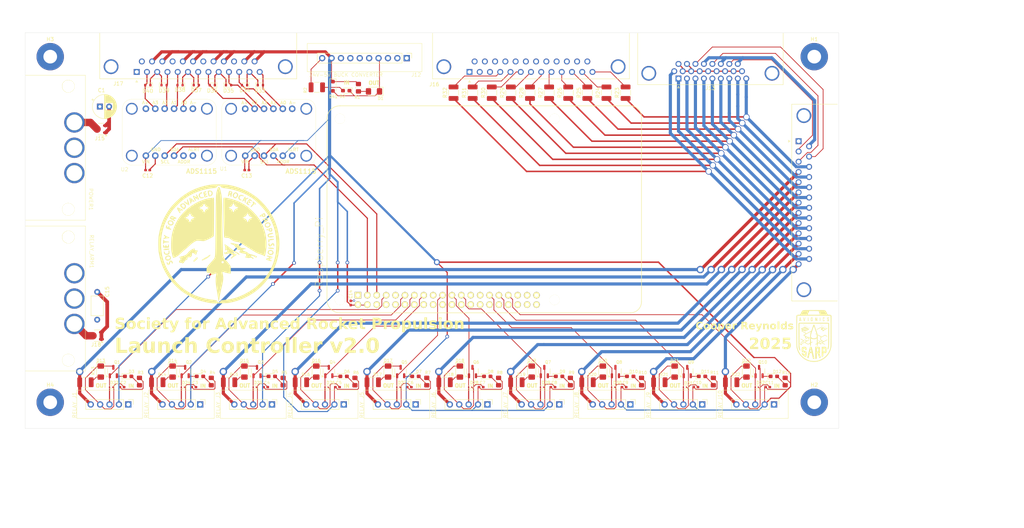
<source format=kicad_pcb>
(kicad_pcb (version 20240108) (generator "pcbnew") (generator_version "8.0")
  (layers (0 "F.Cu" signal) (1 "In1.Cu" power "GND.Cu") (2 "In2.Cu" power "PWR.Cu") (31 "B.Cu" signal) (34 "B.Paste" user) (35 "F.Paste" user) (36 "B.SilkS" user "B.Silkscreen") (37 "F.SilkS" user "F.Silkscreen") (38 "B.Mask" user) (39 "F.Mask" user) (44 "Edge.Cuts" user))
  (net 0 "")
  (net 1 "/GPIO 5")
  (net 2 "GND")
  (net 3 "/GPIO 13")
  (net 4 "/GPIO 9")
  (net 5 "/GPIO 27")
  (net 6 "/GPIO 10")
  (net 7 "/GPIO 4")
  (net 8 "/GPIO 6")
  (net 9 "/+5V")
  (net 10 "/GPIO 11")
  (net 11 "/GPIO 22")
  (net 12 "/GPIO 17")
  (net 13 "/+24V")
  (net 14 "/RelayOut1")
  (net 15 "/RelayOut2")
  (net 16 "/RelayOut3")
  (net 17 "/RelayOut4")
  (net 18 "/RelayOut5")
  (net 19 "/RelayOut6")
  (net 20 "/RelayOut7")
  (net 21 "/RelayOut8")
  (net 22 "/RelayOut9")
  (net 23 "/RelayOut10")
  (net 24 "/+24V_switched")
  (net 25 "Net-(D1-A)")
  (net 26 "Net-(D2-A)")
  (net 27 "Net-(D3-K)")
  (net 28 "Net-(D3-A)")
  (net 29 "Net-(D4-A)")
  (net 30 "Net-(D4-K)")
  (net 31 "Net-(D5-A)")
  (net 32 "Net-(D6-A)")
  (net 33 "Net-(D7-K)")
  (net 34 "Net-(D7-A)")
  (net 35 "Net-(D8-A)")
  (net 36 "Net-(D8-K)")
  (net 37 "Net-(D9-A)")
  (net 38 "Net-(D10-A)")
  (net 39 "Net-(D11-K)")
  (net 40 "Net-(D11-A)")
  (net 41 "Net-(D12-A)")
  (net 42 "Net-(D13-A)")
  (net 43 "Net-(D14-A)")
  (net 44 "Net-(D15-A)")
  (net 45 "Net-(D16-A)")
  (net 46 "Net-(D17-A)")
  (net 47 "Net-(D18-A)")
  (net 48 "Net-(D19-A)")
  (net 49 "Net-(D20-A)")
  (net 50 "Net-(D21-A)")
  (net 51 "Net-(D22-A)")
  (net 61 "/SCL")
  (net 68 "/SDA")
  (net 72 "/A8")
  (net 73 "/A5")
  (net 74 "/A1")
  (net 75 "/A7")
  (net 76 "/A4")
  (net 77 "/A2")
  (net 78 "/A3")
  (net 79 "/A6")
  (net 80 "/PressureSwitch_in1")
  (net 81 "/guarded_RelayOut8")
  (net 82 "/guarded_RelayOut9")
  (net 83 "/guarded_RelayOut4")
  (net 84 "/guarded_RelayOut1")
  (net 85 "/guarded_RelayOut10")
  (net 86 "/guarded_RelayOut3")
  (net 87 "/guarded_RelayOut2")
  (net 88 "/guarded_RelayOut7")
  (net 89 "/+24V_guarded")
  (net 90 "/PressureSwitch_in2")
  (net 91 "/guarded_RelayOut6")
  (net 92 "/PressureSwitch_in3")
  (net 93 "/guarded_RelayOut5")
  (net 94 "Net-(J16-Pad4)")
  (net 95 "Net-(J16-Pad11)")
  (net 96 "Net-(J16-Pad7)")
  (net 97 "Net-(J16-Pad8)")
  (net 98 "Net-(J16-Pad13)")
  (net 99 "Net-(J16-Pad5)")
  (net 100 "Net-(J16-Pad6)")
  (net 101 "Net-(J16-Pad12)")
  (net 102 "Net-(J16-Pad10)")
  (net 103 "Net-(J16-Pad9)")
  (net 110 "Net-(D5-K)")
  (net 111 "Net-(D6-K)")
  (net 112 "Net-(D9-K)")
  (net 113 "Net-(D10-K)")
  (net 114 "Net-(D12-K)")
  (footprint "Package_TO_SOT_SMD:SOT-23-3" (layer "F.Cu") (at 369.067512 363.19 90)
    (property "Reference" "Q9")
    (property "Value" "NFET")
  )
  (footprint "Resistor_SMD:R_0805_2012Metric_Pad1.20x1.40mm_HandSolder" (layer "F.Cu") (at 376.121964 365.89 -90)
    (property "Reference" "R11")
    (property "Value" "150Ω")
  )
  (footprint "Capacitor_SMD:C_0402_1005Metric_Pad0.74x0.62mm_HandSolder" (layer "F.Cu") (at 250.0325 308.7)
    (property "Reference" "C13")
    (property "Value" "0.1uF")
  )
  (footprint "LED_SMD:LED_1206_3216Metric_Pad1.42x1.75mm_HandSolder" (layer "F.Cu") (at 284.4 287.4 180)
    (property "Reference" "D1")
    (property "Value" "LED")
  )
  (footprint "Resistor_SMD:R_0805_2012Metric_Pad1.20x1.40mm_HandSolder" (layer "F.Cu") (at 280.2 286.4 -90)
    (property "Reference" "R1")
    (property "Value" "150ohm")
  )
  (footprint "Package_TO_SOT_SMD:SOT-23-3" (layer "F.Cu") (at 252.786006 363.19 90)
    (property "Reference" "Q3")
    (property "Value" "NFET")
  )
  (footprint "Resistor_SMD:R_1210_3225Metric_Pad1.30x2.65mm_HandSolder" (layer "F.Cu") (at 245.240458 366.09)
    (property "Reference" "R15")
    (property "Value" "1100Ω")
  )
  (footprint "Diode_SMD:D_SOD-923" (layer "F.Cu") (at 252.166006 367.39 180)
    (property "Reference" "D25")
    (property "Value" "5KPxxCA" (hide yes))
  )
  (footprint "LED_SMD:LED_0603_1608Metric_Pad1.05x0.95mm_HandSolder" (layer "F.Cu") (at 392.479509 364.49)
    (property "Reference" "D12")
    (property "Value" "LED")
  )
  (footprint "launch_controller:Relay Connector" (layer "F.Cu") (at 301.126449 364.416609 -90)
    (property "Reference" "J6")
    (property "Value" "Conn_01x05_Pin" (hide yes))
  )
  (footprint "launch_controller:684M3W3203L461" (layer "F.Cu") (at 187.275 276 -90)
    (property "Reference" "POWER1")
    (property "Value" "Conn_01x03_Pin")
  )
  (footprint "Diode_SMD:D_SOD-523" (layer "F.Cu") (at 236.387858 285.7)
    (property "Reference" "D37")
    (property "Value" "5KPxxCA")
  )
  (footprint "launch_controller:Relay Connector" (layer "F.Cu") (at 242.890458 364.416609 -90)
    (property "Reference" "J3")
    (property "Value" "Conn_01x05_Pin" (hide yes))
  )
  (footprint "Capacitor_THT:C_Axial_L5.1mm_D3.1mm_P7.50mm_Horizontal" (layer "F.Cu") (at 209.6 349.15 90)
    (property "Reference" "C15")
    (property "Value" "1uF")
  )
  (footprint "Resistor_SMD:R_1210_3225Metric_Pad1.30x2.65mm_HandSolder" (layer "F.Cu") (at 321.399998 287.75 90)
    (property "Reference" "R29")
    (property "Value" "1100ohm")
  )
  (footprint "Package_TO_SOT_SMD:SOT-23-3" (layer "F.Cu") (at 210.7 297.6 180)
    (property "Reference" "J15")
    (property "Value" "Conn_01x03_Pin")
  )
  (footprint "LED_SMD:LED_0603_1608Metric_Pad1.05x0.95mm_HandSolder" (layer "F.Cu") (at 276.198003 364.49)
    (property "Reference" "D6")
    (property "Value" "LED")
  )
  (footprint "launch_controller:Relay Connector" (layer "F.Cu") (at 281.714452 364.416609 -90)
    (property "Reference" "J5")
    (property "Value" "Conn_01x05_Pin" (hide yes))
  )
  (footprint "LED_SMD:LED_1206_3216Metric_Pad1.42x1.75mm_HandSolder" (layer "F.Cu") (at 229.974009 363.19 -90)
    (property "Reference" "D14")
    (property "Value" "LED")
  )
  (footprint "Diode_SMD:D_SOD-923" (layer "F.Cu") (at 290.99 367.39 180)
    (property "Reference" "D27")
    (property "Value" "5KPxxCA")
  )
  (footprint "Resistor_SMD:R_1210_3225Metric_Pad1.30x2.65mm_HandSolder" (layer "F.Cu") (at 326.566664 287.75 90)
    (property "Reference" "R28")
    (property "Value" "1100ohm")
  )
  (footprint "Diode_SMD:D_SOD-923" (layer "F.Cu") (at 387.859509 367.39 180)
    (property "Reference" "D32")
    (property "Value" "5KPxxCA")
  )
  (footprint "Resistor_SMD:R_1210_3225Metric_Pad1.30x2.65mm_HandSolder" (layer "F.Cu") (at 303.476449 366.09)
    (property "Reference" "R18")
    (property "Value" "1100Ω")
  )
  (footprint "Capacitor_SMD:C_0402_1005Metric_Pad0.74x0.62mm_HandSolder" (layer "F.Cu") (at 278.1 344.6325 90)
    (property "Reference" "C14")
    (property "Value" "0.1uF")
  )
  (footprint "Diode_SMD:D_SOD-523" (layer "F.Cu") (at 249.414284 285.7 180)
    (property "Reference" "D34")
    (property "Value" "5KPxxCA")
  )
  (footprint "Capacitor_SMD:C_0402_1005Metric_Pad0.74x0.62mm_HandSolder" (layer "F.Cu") (at 351.988015 367.39)
    (property "Reference" "C9")
    (property "Value" "0.1uF")
  )
  (footprint "Resistor_SMD:R_1210_3225Metric_Pad1.30x2.65mm_HandSolder" (layer "F.Cu") (at 380.933961 366.09)
    (property "Reference" "R22")
    (property "Value" "1100Ω")
  )
  (footprint "Resistor_SMD:R_0805_2012Metric_Pad1.20x1.40mm_HandSolder" (layer "F.Cu") (at 221.016464 365.89 -90)
    (property "Reference" "R3")
    (property "Value" "150Ω")
  )
  (footprint "LED_SMD:LED_1206_3216Metric_Pad1.42x1.75mm_HandSolder" (layer "F.Cu") (at 365.667512 363.19 -90)
    (property "Reference" "D21")
    (property "Value" "LED")
  )
  (footprint "Capacitor_SMD:C_0402_1005Metric_Pad0.74x0.62mm_HandSolder" (layer "F.Cu") (at 332.766494 367.39)
    (property "Reference" "C8")
    (property "Value" "0.1uF")
  )
  (footprint "Resistor_SMD:R_1210_3225Metric_Pad1.30x2.65mm_HandSolder" (layer "F.Cu") (at 284.064452 366.09)
    (property "Reference" "R17")
    (property "Value" "1100Ω")
  )
  (footprint "LED_SMD:LED_0603_1608Metric_Pad1.05x0.95mm_HandSolder" (layer "F.Cu") (at 373.067512 364.49)
    (property "Reference" "D11")
    (property "Value" "LED")
  )
  (footprint "Diode_SMD:D_SOD-523" (layer "F.Cu") (at 223.271432 285.7 180)
    (property "Reference" "D40")
    (property "Value" "5KPxxCA")
  )
  (footprint "MountingHole:MountingHole_3.7mm_Pad" (layer "F.Cu") (at 403.4 278)
    (property "Reference" "H1")
    (property "Value" "MountingHole_Pad")
  )
  (footprint "Resistor_SMD:R_1210_3225Metric_Pad1.30x2.65mm_HandSolder" (layer "F.Cu") (at 322.888446 366.09)
    (property "Reference" "R19")
    (property "Value" "1100Ω")
  )
  (footprint "launch_controller:684M3W3203L461" (layer "F.Cu") (at 187.275 316.8 -90)
    (property "Reference" "RELAY_ARM1")
    (property "Value" "Conn_01x03_Pin")
  )
  (footprint "launch_controller:Relay Connector" (layer "F.Cu") (at 262.302455 364.416609 -90)
    (property "Reference" "J4")
    (property "Value" "Conn_01x05_Pin" (hide yes))
  )
  (footprint "launch_controller:BuckConverter Connector" (layer "F.Cu") (at 266.369263 264.274148 -90)
    (property "Reference" "J12")
    (property "Value" "~")
  )
  (footprint "Package_TO_SOT_SMD:SOT-23-3" (layer "F.Cu") (at 272.198003 363.19 90)
    (property "Reference" "Q4")
    (property "Value" "NFET")
  )
  (footprint "Package_TO_SOT_SMD:SOT-23-3" (layer "F.Cu") (at 349.655515 363.19 90)
    (property "Reference" "Q8")
    (property "Value" "NFET")
  )
  (footprint "LED_SMD:LED_1206_3216Metric_Pad1.42x1.75mm_HandSolder" (layer "F.Cu") (at 346.255515 363.19 -90)
    (property "Reference" "D20")
    (property "Value" "LED")
  )
  (footprint "Diode_SMD:D_SOD-923" (layer "F.Cu") (at 329.813994 367.39 180)
    (property "Reference" "D29")
    (property "Value" "5KPxxCA")
  )
  (footprint "Package_TO_SOT_SMD:SOT-23-3" (layer "F.Cu") (at 311.021997 363.19 90)
    (property "Reference" "Q6")
    (property "Value" "NFET")
  )
  (footprint "Connector_Dsub_ import:DSUB-26-HD_Female_Horizontal_P2.29x1.98mm_EdgePinOffset8.35mm_Housed_MountingHolesOffset10.89mm" (layer "F.Cu") (at 366.7 283.92 180)
    (property "Reference" "J13")
    (property "Value" "26 pin Dsub")
  )
  (footprint "launch_controller:Relay Connector" (layer "F.Cu") (at 204.066464 364.416609 -90)
    (property "Reference" "J1")
    (property "Value" "Conn_01x05_Pin" (hide yes))
  )
  (footprint "Diode_SMD:D_SOD-923" (layer "F.Cu") (at 213.342012 367.39 180)
    (property "Reference" "D23")
    (property "Value" "5KPxxCA" (hide yes))
  )
  (footprint "Capacitor_SMD:C_0402_1005Metric_Pad0.74x0.62mm_HandSolder" (layer "F.Cu") (at 371.400012 367.39)
    (property "Reference" "C10")
    (property "Value" "0.1uF")
  )
  (footprint "Package_TO_SOT_SMD:SOT-23-3" (layer "F.Cu") (at 213.962012 363.19 90)
    (property "Reference" "Q1")
    (property "Value" "NFET")
  )
  (footprint "Connector_Dsub_ import:DSUB-25_Female_Horizontal_P2.77x2.84mm_EdgePinOffset7.70mm_Housed_MountingHolesOffset9.12mm" (layer "F.Cu") (at 220.275 282.130331 180)
    (property "Reference" "J17")
    (property "Value" "DB25_Plug")
  )
  (footprint "Diode_SMD:D_SOD-523" (layer "F.Cu") (at 240.7 285.7 180)
    (property "Reference" "D36")
    (property "Value" "5KPxxCA")
  )
  (footprint "Resistor_SMD:R_1210_3225Metric_Pad1.30x2.65mm_HandSolder" (layer "F.Cu") (at 206.416464 366.09)
    (property "Reference" "R13")
    (property "Value" "1100Ω")
  )
  (footprint "Diode_SMD:D_SOD-323_HandSoldering" (layer "F.Cu") (at 273.3 286 -90)
    (property "Reference" "D41")
    (property "Value" "5KPxxA")
  )
  (footprint "Resistor_SMD:R_0805_2012Metric_Pad1.20x1.40mm_HandSolder" (layer "F.Cu") (at 337.488446 365.89 -90)
    (property "Reference" "R9")
    (property "Value" "150Ω")
  )
  (footprint "launch_controller:Relay Connector" (layer "F.Cu") (at 223.478461 364.416609 -90)
    (property "Reference" "J2")
    (property "Value" "Conn_01x05_Pin" (hide yes))
  )
  (footprint "Capacitor_THT:CP_Radial_D6.3mm_P2.50mm" (layer "F.Cu") (at 210.317621 291.5)
    (property "Reference" "C1")
    (property "Value" "10uF")
  )
  (footprint "LED_SMD:LED_1206_3216Metric_Pad1.42x1.75mm_HandSolder" (layer "F.Cu") (at 249.386006 363.19 -90)
    (property "Reference" "D15")
    (property "Value" "LED")
  )
  (footprint "Resistor_SMD:R_1210_3225Metric_Pad1.30x2.65mm_HandSolder" (layer "F.Cu") (at 268.95 286.3)
    (property "Reference" "R2")
    (property "Value" "1100ohm")
  )
  (footprint "launch_controller:ADS1115" (layer "F.Cu") (at 214.625 310.375)
    (property "Reference" "U2")
    (property "Value" "ADS1015IDGS")
  )
  (footprint "LED_SMD:LED_1206_3216Metric_Pad1.42x1.75mm_HandSolder" (layer "F.Cu") (at 327.033994 363.19 -90)
    (property "Reference" "D19")
    (property "Value" "LED")
  )
  (footprint "Resistor_SMD:R_1210_3225Metric_Pad1.30x2.65mm_HandSolder" (layer "F.Cu") (at 336.899996 287.75 90)
    (property "Reference" "R26")
    (property "Value" "1100ohm")
  )
  (footprint "Resistor_SMD:R_0805_2012Metric_Pad1.20x1.40mm_HandSolder" (layer "F.Cu") (at 298.664452 365.89 -90)
    (property "Reference" "R7")
    (property "Value" "150Ω")
  )
  (footprint "LED_SMD:LED_0603_1608Metric_Pad1.05x0.95mm_HandSolder" (layer "F.Cu") (at 217.962012 364.49)
    (property "Reference" "D3")
    (property "Value" "LED")
  )
  (footprint "MountingHole:MountingHole_3.7mm_Pad" (layer "F.Cu") (at 196.9 371.5)
    (property "Reference" "H4")
    (property "Value" "MountingHole_Pad")
  )
  (footprint "MountingHole:MountingHole_3.7mm_Pad" (layer "F.Cu") (at 196.9 278)
    (property "Reference" "H3")
    (property "Value" "MountingHole_Pad")
  )
  (footprint "Diode_SMD:D_SOD-923" (layer "F.Cu") (at 232.754009 367.39 180)
    (property "Reference" "D24")
    (property "Value" "5KPxxCA" (hide yes))
  )
  (footprint "kicad_import:avionicslogo" (layer "F.Cu") (at 220.3 322.3)
    (property "Reference" "G***" (hide yes))
    (property "Value" "LOGO" (hide yes))
  )
  (footprint "Connector_Dsub_ import:DSUB-25_Female_Horizontal_P2.77x2.84mm_EdgePinOffset7.70mm_Housed_MountingHolesOffset9.12mm" (layer "F.Cu") (at 310.215 282.14 180)
    (property "Reference" "J16")
    (property "Value" "DB25_Plug" (hide yes))
  )
  (footprint "Diode_SMD:D_SOD-523" (layer "F.Cu") (at 253.7 285.7)
    (property "Reference" "D33")
    (property "Value" "5KPxxCA")
  )
  (footprint "Capacitor_SMD:C_0402_1005Metric_Pad0.74x0.62mm_HandSolder" (layer "F.Cu") (at 293.9425 367.39)
    (property "Reference" "C6")
    (property "Value" "0.1uF")
  )
  (footprint "LED_SMD:LED_0603_1608Metric_Pad1.05x0.95mm_HandSolder" (layer "F.Cu") (at 295.61 364.49)
    (property "Reference" "D7")
    (property "Value" "LED")
  )
  (footprint "Resistor_SMD:R_1210_3225Metric_Pad1.30x2.65mm_HandSolder" (layer "F.Cu") (at 342.109967 366.09)
    (property "Reference" "R20")
    (property "Value" "1100Ω")
  )
  (footprint "launch_controller:ADS1115" (layer "F.Cu") (at 241.472 310.388)
    (property "Reference" "U1")
    (property "Value" "ADS1015IDGS")
  )
  (footprint "Resistor_SMD:R_1210_3225Metric_Pad1.30x2.65mm_HandSolder" (layer "F.Cu") (at 225.828461 366.09)
    (property "Reference" "R14")
    (property "Value" "1100Ω")
  )
  (footprint "LED_SMD:LED_0603_1608Metric_Pad1.05x0.95mm_HandSolder" (layer "F.Cu") (at 334.433994 364.49)
    (property "Reference" "D9")
    (property "Value" "LED")
  )
  (footprint "launch_controller:Relay Connector" (layer "F.Cu") (at 320.538446 364.416609 -90)
    (property "Reference" "J7")
    (property "Value" "Conn_01x05_Pin" (hide yes))
  )
  (footprint "LED_SMD:LED_0603_1608Metric_Pad1.05x0.95mm_HandSolder" (layer "F.Cu") (at 353.655515 364.49)
    (property "Reference" "D10")
    (property "Value" "LED")
  )
  (footprint "Package_TO_SOT_SMD:SOT-23-3" (layer "F.Cu") (at 330.433994 363.19 90)
    (property "Reference" "Q7")
    (property "Value" "NFET")
  )
  (footprint "LED_SMD:LED_0603_1608Metric_Pad1.05x0.95mm_HandSolder" (layer "F.Cu") (at 237.374009 364.49)
    (property "Reference" "D4")
    (property "Value" "LED")
  )
  (footprint "Resistor_SMD:R_1210_3225Metric_Pad1.30x2.65mm_HandSolder" (layer "F.Cu") (at 352.4 287.75 90)
    (property "Reference" "R23")
    (property "Value" "1100ohm")
  )
  (footprint "Resistor_SMD:R_1210_3225Metric_Pad1.30x2.65mm_HandSolder" (layer "F.Cu") (at 316.233332 287.75 90)
    (property "Reference" "R30")
    (property "Value" "1100ohm")
  )
  (footprint "Resistor_SMD:R_1210_3225Metric_Pad1.30x2.65mm_HandSolder" (layer "F.Cu") (at 311.066666 287.75 90)
    (property "Reference" "R31")
    (property "Value" "1100ohm")
  )
  (footprint "Capacitor_SMD:C_0402_1005Metric_Pad0.74x0.62mm_HandSolder" (layer "F.Cu") (at 216.294512 367.39)
    (property "Reference" "C2")
    (property "Value" "0.1uF")
  )
  (footprint "Diode_SMD:D_SOD-923" (layer "F.Cu") (at 310.401997 367.39 180)
    (property "Reference" "D28")
    (property "Value" "5KPxxCA")
  )
  (footprint "Capacitor_SMD:C_0402_1005Metric_Pad0.74x0.62mm_HandSolder" (layer "F.Cu") (at 235.706509 367.39)
    (property "Reference" "C3")
    (property "Value" "0.1uF")
  )
  (footprint "LED_SMD:LED_1206_3216Metric_Pad1.42x1.75mm_HandSolder" (layer "F.Cu") (at 210.562012 363.19 -90)
    (property "Reference" "D13")
    (property "Value" "LED")
  )
  (footprint "launch_controller:Relay Connector" (layer "F.Cu") (at 339.759967 364.416609 -90)
    (property "Reference" "J8")
    (property "Value" "Conn_01x05_Pin" (hide yes))
  )
  (footprint "LED_SMD:LED_1206_3216Metric_Pad1.42x1.75mm_HandSolder" (layer "F.Cu") (at 307.621997 363.19 -90)
    (property "Reference" "D18")
    (property "Value" "LED")
  )
  (footprint "LED_SMD:LED_1206_3216Metric_Pad1.42x1.75mm_HandSolder" (layer "F.Cu") (at 385.079509 363.19 -90)
    (property "Reference" "D22")
    (property "Value" "LED")
  )
  (footprint "launch_controller:Relay Connector" (layer "F.Cu") (at 378.583961 364.416609 -90)
    (property "Reference" "J10")
    (property "Value" "Conn_01x05_Pin" (hide yes))
  )
  (footprint "launch_controller:Relay Connector" (layer "F.Cu") (at 359.171964 364.416609 -90)
    (property "Reference" "J9")
    (property "Value" "Conn_01x05_Pin" (hide yes))
  )
  (footprint "kicad_import:small shield" (layer "F.Cu") (at 403.3 353.5)
    (property "Reference" "G***" (hide yes))
    (property "Value" "LOGO" (hide yes))
  )
  (footprint "LED_SMD:LED_1206_3216Metric_Pad1.42x1.75mm_HandSolder" (layer "F.Cu") (at 288.21 363.19 -90)
    (property "Reference" "D17")
    (property "Value" "LED")
  )
  (footprint "Capacitor_SMD:C_0402_1005Metric_Pad0.74x0.62mm_HandSolder" (layer "F.Cu") (at 255.118506 367.39)
    (property "Reference" "C4")
    (property "Value" "0.1uF")
  )
  (footprint "MountingHole:MountingHole_3.7mm_Pad" (layer "F.Cu") (at 403.4 371.5)
    (property "Reference" "H2")
    (property "Value" "MountingHole_Pad")
  )
  (footprint "Resistor_SMD:R_1210_3225Metric_Pad1.30x2.65mm_HandSolder" (layer "F.Cu") (at 361.521964 366.09)
    (property "Reference" "R21")
    (property "Value" "1100Ω")
  )
  (footprint "Connector_Dsub_ import:DSUB-25_Female_Horizontal_P2.77x2.84mm_EdgePinOffset7.70mm_Housed_MountingHolesOffset9.12mm" (layer "F.Cu") (at 399.169669 300.875 90)
    (property "Reference" "J14" (hide yes))
    (property "Value" "DB25_Plug" (hide yes))
  )
  (footprint "Diode_SMD:D_SOD-523" (layer "F.Cu") (at 231.985716 285.7 180)
    (property "Reference" "D38")
    (property "Value" "5KPxxCA")
  )
  (footprint "Diode_SMD:D_SOD-523" (layer "F.Cu") (at 227.673574 285.7)
    (property "Reference" "D39")
    (property "Value" "5KPxxCA")
  )
  (footprint "Resistor_SMD:R_1210_3225Metric_Pad1.30x2.65mm_HandSolder" (layer "F.Cu") (at 305.9 287.75 90)
    (property "Reference" "R32")
    (property "Value" "1100ohm")
  )
  (footprint "Resistor_SMD:R_0805_2012Metric_Pad1.20x1.40mm_HandSolder" (layer "F.Cu") (at 318.076449 365.89 -90)
    (property "Reference" "R8")
    (property "Value" "150Ω")
  )
  (footprint "Diode_SMD:D_SOD-923" (layer "F.Cu") (at 368.447512 367.39 180)
    (property "Reference" "D31")
    (property "Value" "5KPxxCA")
  )
  (footprint "Resistor_SMD:R_0805_2012Metric_Pad1.20x1.40mm_HandSolder" (layer "F.Cu") (at 240.428461 365.89 -90)
    (property "Reference" "R4")
    (property "Value" "150Ω")
  )
  (footprint "Capacitor_SMD:C_0402_1005Metric_Pad0.74x0.62mm_HandSolder" (layer "F.Cu") (at 313.354497 367.39)
    (property "Reference" "C7")
    (property "Value" "0.1uF")
  )
  (footprint "LED_SMD:LED_0603_1608Metric_Pad1.05x0.95mm_HandSolder" (layer "F.Cu") (at 256.786006 364.49)
    (property "Reference" "D5")
    (property "Value" "LED")
  )
  (footprint "Resistor_SMD:R_0805_2012Metric_Pad1.20x1.40mm_HandSolder" (layer "F.Cu") (at 356.709967 365.89 -90)
    (property "Reference" "R10")
    (property "Value" "150Ω")
  )
  (footprint "LED_SMD:LED_1206_3216Metric_Pad1.42x1.75mm_HandSolder" (layer "F.Cu") (at 268.798003 363.19 -90)
    (property "Reference" "D16")
    (property "Value" "LED")
  )
  (footprint "Diode_SMD:D_SOD-923" (layer "F.Cu") (at 349.035515 367.39 180)
    (property "Reference" "D30")
    (property "Value" "5KPxxCA")
  )
  (footprint "Capacitor_SMD:C_0402_1005Metric_Pad0.74x0.62mm_HandSolder" (layer "F.Cu") (at 223.2325 308.7)
    (property "Reference" "C12")
    (property "Value" "0.1uF")
  )
  (footprint "Diode_SMD:D_SOD-923" (layer "F.Cu") (at 271.578003 367.39 180)
    (property "Reference" "D26")
    (property "Value" "5KPxxCA")
  )
  (footprint "Capacitor_SMD:C_0402_1005Metric_Pad0.74x0.62mm_HandSolder" (layer "F.Cu") (at 390.812009 367.39)
    (property "Reference" "C11")
    (property "Value" "0.1uF")
  )
  (footprint "LED_SMD:LED_0603_1608Metric_Pad1.05x0.95mm_HandSolder" (layer "F.Cu") (at 276.9 287.2 180)
    (property "Reference" "D2")
    (property "Value" "LED")
  )
  (footprint "Diode_SMD:D_SOD-523" (layer "F.Cu") (at 245.102142 285.7)
    (property "Reference" "D35")
    (property "Value" "5KPxxCA")
  )
  (footprint "kicad_import:round sarp" (layer "F.Cu") (at 242.5 328.6)
    (property "Reference" "G1" (hide yes))
    (property "Value" "LOGO" (hide yes))
  )
  (footprint "Capacitor_SMD:C_0402_1005Metric_Pad0.74x0.62mm_HandSolder" (layer "F.Cu") (at 274.530503 367.39)
    (property "Reference" "C5")
    (property "Value" "0.1uF")
  )
  (footprint "Resistor_SMD:R_0805_2012Metric_Pad1.20x1.40mm_HandSolder" (layer "F.Cu") (at 279.252455 365.89 -90)
    (property "Reference" "R6")
    (property "Value" "150Ω")
  )
  (footprint "Package_TO_SOT_SMD:SOT-23-3" (layer "F.Cu") (at 291.61 363.19 90)
    (property "Reference" "Q5")
    (property "Value" "NFET")
  )
  (footprint "Package_TO_SOT_SMD:SOT-23-3" (layer "F.Cu") (at 233.374009 363.19 90)
    (property "Reference" "Q2")
    (property "Value" "NFET")
  )
  (footprint "Raspberry-Pi-4-library-for-kicad:RPi_5_upside_down" (layer "F.Cu") (at 356.27 291.73 180)
    (property "Reference" "J11")
    (property "Value" "Raspberry_Pi_5")
  )
  (footprint "LED_SMD:LED_0603_1608Metric_Pad1.05x0.95mm_HandSolder" (layer "F.Cu") (at 315.021997 364.49)
    (property "Reference" "D8")
    (property "Value" "LED")
  )
  (footprint "Resistor_SMD:R_0805_2012Metric_Pad1.20x1.40mm_HandSolder" (layer "F.Cu") (at 395.533961 365.89 -90)
    (property "Reference" "R12")
    (property "Value" "150Ω")
  )
  (footprint "Resistor_SMD:R_1210_3225Metric_Pad1.30x2.65mm_HandSolder" (layer "F.Cu") (at 342.066662 287.75 90)
    (property "Reference" "R25")
    (property "Value" "1100ohm")
  )
  (footprint "Resistor_SMD:R_1210_3225Metric_Pad1.30x2.65mm_HandSolder" (layer "F.Cu") (at 347.233328 287.75 90)
    (property "Reference" "R24")
    (property "Value" "1100ohm")
  )
  (footprint "Resistor_SMD:R_0805_2012Metric_Pad1.20x1.40mm_HandSolder" (layer "F.Cu") (at 259.840458 365.89 -90)
    (property "Reference" "R5")
    (property "Value" "150Ω")
  )
  (footprint "Resistor_SMD:R_1210_3225Metric_Pad1.30x2.65mm_HandSolder" (layer "F.Cu") (at 331.73333 287.75 90)
    (property "Reference" "R27")
    (property "Value" "1100ohm")
  )
  (footprint "Resistor_SMD:R_1210_3225Metric_Pad1.30x2.65mm_HandSolder" (layer "F.Cu") (at 264.652455 366.09)
    (property "Reference" "R16")
    (property "Value" "1100Ω")
  )
  (footprint "Package_TO_SOT_SMD:SOT-23-3" (layer "F.Cu") (at 209.6 353.5 180)
    (property "Reference" "J18")
    (property "Value" "Conn_01x03_Pin")
  )
  (footprint "Package_TO_SOT_SMD:SOT-23-3" (layer "F.Cu") (at 388.479509 363.19 90)
    (property "Reference" "Q10")
    (property "Value" "NFET")
  )
  (gr_rect (start 190.1 271.5) (end 410 378.6) (stroke (width 0.05)) (fill none) (layer "Edge.Cuts"))
  (gr_text "OUT" (at 247.886006 367.59 0) (layer "F.SilkS") (effects (font (size 1 1) (thickness 0.25) (bold yes)) (justify left bottom)))
  (gr_text "IN" (at 217.862012 367.69 0) (layer "F.SilkS") (effects (font (size 1 1) (thickness 0.25) (bold yes)) (justify left bottom)))
  (gr_text "IN" (at 314.921997 367.69 0) (layer "F.SilkS") (effects (font (size 1 1) (thickness 0.25) (bold yes)) (justify left bottom)))
  (gr_text "IN" (at 334.333994 367.69 0) (layer "F.SilkS") (effects (font (size 1 1) (thickness 0.25) (bold yes)) (justify left bottom)))
  (gr_text "IN" (at 392.379509 367.69 0) (layer "F.SilkS") (effects (font (size 1 1) (thickness 0.25) (bold yes)) (justify left bottom)))
  (gr_text "OUT" (at 325.533994 367.59 0) (layer "F.SilkS") (effects (font (size 1 1) (thickness 0.25) (bold yes)) (justify left bottom)))
  (gr_text "IN" (at 295.51 367.69 0) (layer "F.SilkS") (effects (font (size 1 1) (thickness 0.25) (bold yes)) (justify left bottom)))
  (gr_text "Launch Controller v2.0" (at 214.3 358.810236 0) (layer "F.SilkS") (effects (font (size 4 4) (thickness 0.3) (bold yes)) (justify left bottom)))
  (gr_text "IN" (at 276.1 285.6 0) (layer "F.SilkS") (effects (font (size 1 1) (thickness 0.25) (bold yes)) (justify left bottom)))
  (gr_text "OUT" (at 282.8 285.7 0) (layer "F.SilkS") (effects (font (size 1 1) (thickness 0.25) (bold yes)) (justify left bottom)))
  (gr_text "OUT" (at 306.121997 367.59 0) (layer "F.SilkS") (effects (font (size 1 1) (thickness 0.25) (bold yes)) (justify left bottom)))
  (gr_text "OUT" (at 286.71 367.59 0) (layer "F.SilkS") (effects (font (size 1 1) (thickness 0.25) (bold yes)) (justify left bottom)))
  (gr_text "IN" (at 353.555515 367.69 0) (layer "F.SilkS") (effects (font (size 1 1) (thickness 0.25) (bold yes)) (justify left bottom)))
  (gr_text "OUT" (at 209.062012 367.59 0) (layer "F.SilkS") (effects (font (size 1 1) (thickness 0.25) (bold yes)) (justify left bottom)))
  (gr_text "OUT" (at 364.167512 367.59 0) (layer "F.SilkS") (effects (font (size 1 1) (thickness 0.25) (bold yes)) (justify left bottom)))
  (gr_text "Cooper Reynolds" (at 371.3 352.1 0) (layer "F.SilkS") (effects (font (size 2 2) (thickness 0.3) (bold yes)) (justify left bottom)))
  (gr_text "IN" (at 237.274009 367.69 0) (layer "F.SilkS") (effects (font (size 1 1) (thickness 0.25) (bold yes)) (justify left bottom)))
  (gr_text "IN" (at 372.967512 367.69 0) (layer "F.SilkS") (effects (font (size 1 1) (thickness 0.25) (bold yes)) (justify left bottom)))
  (gr_text "2025" (at 385.7 357.6 0) (layer "F.SilkS") (effects (font (size 3 3) (thickness 0.3) (bold yes)) (justify left bottom)))
  (gr_text "Society for Advanced Rocket Propulsion" (at 214.3 352.2 0) (layer "F.SilkS") (effects (font (size 3 3) (thickness 0.3) (bold yes)) (justify left bottom)))
  (gr_text "OUT" (at 267.298003 367.59 0) (layer "F.SilkS") (effects (font (size 1 1) (thickness 0.25) (bold yes)) (justify left bottom)))
  (gr_text "IN" (at 276.098003 367.69 0) (layer "F.SilkS") (effects (font (size 1 1) (thickness 0.25) (bold yes)) (justify left bottom)))
  (gr_text "OUT" (at 228.474009 367.59 0) (layer "F.SilkS") (effects (font (size 1 1) (thickness 0.25) (bold yes)) (justify left bottom)))
  (gr_text "OUT" (at 383.579509 367.59 0) (layer "F.SilkS") (effects (font (size 1 1) (thickness 0.25) (bold yes)) (justify left bottom)))
  (gr_text "OUT" (at 344.755515 367.59 0) (layer "F.SilkS") (effects (font (size 1 1) (thickness 0.25) (bold yes)) (justify left bottom)))
  (gr_text "IN" (at 256.686006 367.69 0) (layer "F.SilkS") (effects (font (size 1 1) (thickness 0.25) (bold yes)) (justify left bottom)))
  (segment (start 337.725259 351.3) (end 321.6 351.3) (width 0.2) (layer "F.Cu") (net 1))
  (segment (start 348.61923 367.393715) (end 348.615515 367.39) (width 0.2) (layer "F.Cu") (net 1))
  (segment (start 316.805 343.705) (end 315.63 342.53) (width 0.2) (layer "F.Cu") (net 1))
  (segment (start 348.615515 364.4175) (end 348.705515 364.3275) (width 0.2) (layer "F.Cu") (net 1))
  (segment (start 316.805 346.505) (end 316.805 343.705) (width 0.2) (layer "F.Cu") (net 1))
  (segment (start 348.705515 364.3275) (end 348.705515 362.280256) (width 0.2) (layer "F.Cu") (net 1))
  (segment (start 348.705515 362.280256) (end 337.725259 351.3) (width 0.2) (layer "F.Cu") (net 1))
  (segment (start 321.6 351.3) (end 316.805 346.505) (width 0.2) (layer "F.Cu") (net 1))
  (segment (start 348.615515 367.39) (end 348.615515 364.4175) (width 0.2) (layer "F.Cu") (net 1))
  (segment (start 348.61923 372.09) (end 348.61923 367.393715) (width 0.3) (layer "F.Cu") (net 1))
  (segment (start 346.07923 372.09) (end 342.2 368.21077) (width 0.2) (layer "F.Cu") (net 2))
  (segment (start 368.507573 373.24) (end 366.641227 373.24) (width 0.2) (layer "F.Cu") (net 2))
  (segment (start 285.8875 287.4) (end 284.7125 288.575) (width 0.2) (layer "F.Cu") (net 2))
  (segment (start 349.8 366.7) (end 349.8 362.196985) (width 0.2) (layer "F.Cu") (net 2))
  (segment (start 380.9 368.086776) (end 380.9 364.5) (width 0.2) (layer "F.Cu") (net 2))
  (segment (start 212.817621 297.569879) (end 212.817621 291.5) (width 1) (layer "F.Cu") (net 2))
  (segment (start 209.6 341.65) (end 212.3 344.35) (width 1) (layer "F.Cu") (net 2))
  (segment (start 274.208003 366.5) (end 275.098003 367.39) (width 0.2) (layer "F.Cu") (net 2))
  (segment (start 289.183715 373.24) (end 288.033715 372.09) (width 0.2) (layer "F.Cu") (net 2))
  (segment (start 245.219721 368.1) (end 245.2 368.1) (width 0.2) (layer "F.Cu") (net 2))
  (segment (start 352.555515 367.39) (end 351.765515 366.6) (width 0.2) (layer "F.Cu") (net 2))
  (segment (start 361.5 363.9) (end 363.6975 361.7025) (width 0.2) (layer "F.Cu") (net 2))
  (segment (start 223.8 308.7) (end 223.8 308.5) (width 0.2) (layer "F.Cu") (net 2))
  (segment (start 214.075727 367.703715) (end 214.075727 368.2) (width 0.2) (layer "F.Cu") (net 2))
  (segment (start 330.547709 367.703715) (end 330.547709 368) (width 0.2) (layer "F.Cu") (net 2))
  (segment (start 363.6975 361.7025) (end 365.667512 361.7025) (width 0.2) (layer "F.Cu") (net 2))
  (segment (start 349.335576 373.24) (end 349.8 372.775576) (width 0.2) (layer "F.Cu") (net 2))
  (segment (start 214.652012 366.5) (end 215.972012 366.5) (width 0.2) (layer "F.Cu") (net 2))
  (segment (start 268.621718 372.09) (end 264.6 368.068282) (width 0.2) (layer "F.Cu") (net 2))
  (segment (start 226.973574 285.7) (end 226.973574 283.288905) (width 0.3) (layer "F.Cu") (net 2))
  (segment (start 367.845 281.105) (end 367.845 281.94) (width 0.2) (layer "F.Cu") (net 2))
  (segment (start 250.114284 285.7) (end 250.114284 282.761047) (width 0.3) (layer "F.Cu") (net 2))
  (segment (start 213.612012 361.7025) (end 213.962012 362.0525) (width 0.2) (layer "F.Cu") (net 2))
  (segment (start 225.293 307.007) (end 225.293 304.787) (width 0.3) (layer "F.Cu") (net 2))
  (segment (start 212.817621 295.669879) (end 212.817621 291.5) (width 0.2) (layer "F.Cu") (net 2))
  (segment (start 235.687858 283.693189) (end 234.125 282.130331) (width 0.3) (layer "F.Cu") (net 2))
  (segment (start 369.067512 362.0525) (end 369.367512 362.3525) (width 0.2) (layer "F.Cu") (net 2))
  (segment (start 371.967512 367.39) (end 371.357512 366.78) (width 0.2) (layer "F.Cu") (net 2))
  (segment (start 307.445712 372.09) (end 303.4 368.044288) (width 0.2) (layer "F.Cu") (net 2))
  (segment (start 214.476006 366.676006) (end 214.652012 366.5) (width 0.2) (layer "F.Cu") (net 2))
  (segment (start 254.796006 366.5) (end 255.686006 367.39) (width 0.2) (layer "F.Cu") (net 2))
  (segment (start 311.921997 366.7) (end 311.321997 367.3) (width 0.2) (layer "F.Cu") (net 2))
  (segment (start 330.233994 367.39) (end 330.547709 367.703715) (width 0.2) (layer "F.Cu") (net 2))
  (segment (start 277.775 287.25) (end 279.1 288.575) (width 0.2) (layer "F.Cu") (net 2))
  (segment (start 211.8375 296.65) (end 212.817621 295.669879) (width 1) (layer "F.Cu") (net 2))
  (segment (start 272.888003 366.5) (end 274.208003 366.5) (width 0.2) (layer "F.Cu") (net 2))
  (segment (start 249.386006 361.7025) (end 252.436006 361.7025) (width 0.2) (layer "F.Cu") (net 2))
  (segment (start 252.9 367.703994) (end 252.9 368.3) (width 0.2) (layer "F.Cu") (net 2))
  (segment (start 328.067709 373.3) (end 326.857709 372.09) (width 0.2) (layer "F.Cu") (net 2))
  (segment (start 252.9 372.806067) (end 252.9 368.3) (width 0.2) (layer "F.Cu") (net 2))
  (segment (start 248.511007 361.7025) (end 249.386006 361.7025) (width 0.2) (layer "F.Cu") (net 2))
  (segment (start 349.8 367.734485) (end 349.8 368) (width 0.2) (layer "F.Cu") (net 2))
  (segment (start 391.379509 367.39) (end 390.769509 366.78) (width 0.2) (layer "F.Cu") (net 2))
  (segment (start 291.75 368.3) (end 291.75 372.540061) (width 0.2) (layer "F.Cu") (net 2))
  (segment (start 369.367512 372.380061) (end 368.507573 373.24) (width 0.2) (layer "F.Cu") (net 2))
  (segment (start 310.821997 367.39) (end 311.321997 367.89) (width 0.2) (layer "F.Cu") (net 2))
  (segment (start 330.547709 367) (end 330.547709 367.1) (width 0.2) (layer "F.Cu") (net 2))
  (segment (start 264.6 364.8) (end 267.6975 361.7025) (width 0.2) (layer "F.Cu") (net 2))
  (segment (start 206.4 368.1) (end 206.4 364.989513) (width 0.2) (layer "F.Cu") (net 2))
  (segment (start 207.016464 368.720737) (end 207.016464 368.716464) (width 0.2) (layer "F.Cu") (net 2))
  (segment (start 267.6975 361.7025) (end 268.798003 361.7025) (width 0.2) (layer "F.Cu") (net 2))
  (segment (start 369.367512 368.3) (end 369.367512 372.380061) (width 0.2) (layer "F.Cu") (net 2))
  (segment (start 330.433994 362.0525) (end 330.547709 362.166215) (width 0.2) (layer "F.Cu") (net 2))
  (segment (start 223.8 308.5) (end 225.293 307.007) (width 0.3) (layer "F.Cu") (net 2))
  (segment (start 274.625 288.575) (end 273.3 287.25) (width 0.2) (layer "F.Cu") (net 2))
  (segment (start 268.798003 361.7025) (end 271.848003 361.7025) (width 0.2) (layer "F.Cu") (net 2))
  (segment (start 210.7375 352.55) (end 212.3 350.9875) (width 1) (layer "F.Cu") (net 2))
  (segment (start 252.9 367.076006) (end 253.088003 366.888003) (width 0.2) (layer "F.Cu") (net 2))
  (segment (start 330.547709 362.166215) (end 330.547709 367) (width 0.2) (layer "F.Cu") (net 2))
  (segment (start 210.7375 354.45) (end 210.7375 352.55) (width 1) (layer "F.Cu") (net 2))
  (segment (start 271.998003 367.39) (end 272.544002 367.935999) (width 0.2) (layer "F.Cu") (net 2))
  (segment (start 388.779509 362.3525) (end 388.779509 367.5) (width 0.2) (layer "F.Cu") (net 2))
  (segment (start 286.8975 361.7025) (end 288.21 361.7025) (width 0.2) (layer "F.Cu") (net 2))
  (segment (start 233.487724 367.9) (end 233.487724 367.076284) (width 0.2) (layer "F.Cu") (net 2))
  (segment (start 229.797724 372.09) (end 230.947724 373.24) (width 0.2) (layer "F.Cu") (net 2))
  (segment (start 311.321997 372.380061) (end 310.462058 373.24) (width 0.2) (layer "F.Cu") (net 2))
  (segment (start 245.2 365.013507) (end 248.511007 361.7025) (width 0.2) (layer "F.Cu") (net 2))
  (segment (start 225.8 365.00151) (end 229.09901 361.7025) (width 0.2) (layer "F.Cu") (net 2))
  (segment (start 233.487724 372.566346) (end 233.487724 367.9) (width 0.2) (layer "F.Cu") (net 2))
  (segment (start 383.6975 361.7025) (end 385.079509 361.7025) (width 0.2) (layer "F.Cu") (net 2))
  (segment (start 293.52 366.4) (end 292.4 366.4) (width 0.2) (layer "F.Cu") (net 2))
  (segment (start 284.7125 288.575) (end 279.1 288.575) (width 0.2) (layer "F.Cu") (net 2))
  (segment (start 229.974009 361.7025) (end 233.024009 361.7025) (width 0.2) (layer "F.Cu") (net 2))
  (segment (start 233.864009 366.7) (end 235.584009 366.7) (width 0.2) (layer "F.Cu") (net 2))
  (segment (start 322.9 364.5) (end 325.6975 361.7025) (width 0.2) (layer "F.Cu") (net 2))
  (segment (start 272.544002 366.844) (end 272.594001 366.794001) (width 0.2) (layer "F.Cu") (net 2))
  (segment (start 277.775 287.2) (end 277.775 287.25) (width 0.2) (layer "F.Cu") (net 2))
  (segment (start 386.053224 373.24) (end 384.903224 372.09) (width 0.2) (layer "F.Cu") (net 2))
  (segment (start 303.4 364.3) (end 305.9975 361.7025) (width 0.2) (layer "F.Cu") (net 2))
  (segment (start 285.8875 278.6475) (end 285.64 278.4) (width 0.2) (layer "F.Cu") (net 2))
  (segment (start 366.641227 373.24) (end 365.491227 372.09) (width 0.2) (layer "F.Cu") (net 2))
  (segment (start 211.8375 298.55) (end 212.817621 297.569879) (width 1) (layer "F.Cu") (net 2))
  (segment (start 249.209721 372.09) (end 245.219721 368.1) (width 0.2) (layer "F.Cu") (net 2))
  (segment (start 329.814055 373.3) (end 328.067709 373.3) (width 0.2) (layer "F.Cu") (net 2))
  (segment (start 241.4 283.165331) (end 242.435 282.130331) (width 0.3) (layer "F.Cu") (net 2))
  (segment (start 250.114284 282.761047) (end 250.745 282.130331) (width 0.3) (layer "F.Cu") (net 2))
  (segment (start 330.547709 368) (end 330.547709 372.566346) (width 0.2) (layer "F.Cu") (net 2))
  (segment (start 346.07923 372.09) (end 347.22923 373.24) (width 0.2) (layer "F.Cu") (net 2))
  (segment (start 245.2 368.1) (end 245.2 365.013507) (width 0.2) (layer "F.Cu") (net 2))
  (segment (start 226.973574 283.288905) (end 225.815 282.130331) (width 0.3) (layer "F.Cu") (net 2))
  (segment (start 252.466067 373.24) (end 252.9 372.806067) (width 0.2) (layer "F.Cu") (net 2))
  (segment (start 313.231997 366.7) (end 311.921997 366.7) (width 0.2) (layer "F.Cu") (net 2))
  (segment (start 213.342073 373.3) (end 214.075727 372.566346) (width 0.2) (layer "F.Cu") (net 2))
  (segment (start 232.81407 373.24) (end 233.487724 372.566346) (width 0.2) (layer "F.Cu") (net 2))
  (segment (start 244.402142 285.7) (end 244.402142 284.097473) (width 0.3) (layer "F.Cu") (net 2))
  (segment (start 233.487724 367.703715) (end 233.487724 367.9) (width 0.2) (layer "F.Cu") (net 2))
  (segment (start 253 285.7) (end 253 284.385331) (width 0.3) (layer "F.Cu") (net 2))
  (segment (start 250.359721 373.24) (end 252.466067 373.24) (width 0.2) (layer "F.Cu") (net 2))
  (segment (start 206.4 364.989513) (end 209.687013 361.7025) (width 0.2) (layer "F.Cu") (net 2))
  (segment (start 369.367512 367.4) (end 369.367512 368.3) (width 0.2) (layer "F.Cu") (net 2))
  (segment (start 214.075727 367.076285) (end 214.476006 366.676006) (width 0.2) (layer "F.Cu") (net 2))
  (segment (start 311.321997 362.3525) (end 311.321997 367.3) (width 0.2) (layer "F.Cu") (net 2))
  (segment (start 214.075727 368.2) (end 214.075727 367.076285) (width 0.2) (layer "F.Cu") (net 2))
  (segment (start 213.762012 367.39) (end 214.075727 367.703715) (width 0.2) (layer "F.Cu") (net 2))
  (segment (start 310.462058 373.24) (end 308.595712 373.24) (width 0.2) (layer "F.Cu") (net 2))
  (segment (start 388.779509 368.3) (end 388.779509 372.420491) (width 0.2) (layer "F.Cu") (net 2))
  (segment (start 212.3 344.35) (end 212.3 345) (width 1) (layer "F.Cu") (net 2))
  (segment (start 371.357512 366.78) (end 369.987512 366.78) (width 0.2) (layer "F.Cu") (net 2))
  (segment (start 381.585 281.94) (end 367.845 281.94) (width 0.3) (layer "F.Cu") (net 2))
  (segment (start 278.1 344.065) (end 278.935 344.065) (width 0.2) (layer "F.Cu") (net 2))
  (segment (start 212.3 350.9875) (end 212.3 345) (width 1) (layer "F.Cu") (net 2))
  (segment (start 342.2 368.21077) (end 342.2 364.3) (width 0.2) (layer "F.Cu") (net 2))
  (segment (start 387.96 373.24) (end 386.053224 373.24) (width 0.2) (layer "F.Cu") (net 2))
  (segment (start 388.279509 367.39) (end 388.779509 367.89) (width 0.2) (layer "F.Cu") (net 2))
  (segment (start 278.935 344.065) (end 279 344) (width 0.2) (layer "F.Cu") (net 2))
  (segment (start 272.594001 366.794001) (end 272.888003 366.5) (width 0.2) (layer "F.Cu") (net 2))
  (segment (start 223.971432 283.973899) (end 225.815 282.130331) (width 0.3) (layer "F.Cu") (net 2))
  (segment (start 284.1 364.5) (end 286.8975 361.7025) (width 0.2) (layer "F.Cu") (net 2))
  (segment (start 288.21 361.7025) (end 291.26 361.7025) (width 0.2) (layer "F.Cu") (net 2))
  (segment (start 232.685716 283.569615) (end 234.125 282.130331) (width 0.3) (layer "F.Cu") (net 2))
  (segment (start 253 284.385331) (end 250.745 282.130331) (width 0.3) (layer "F.Cu") (net 2))
  (segment (start 254.796006 366.5) (end 253.476006 366.5) (width 0.2) (layer "F.Cu") (net 2))
  (segment (start 250.6 306.34) (end 252.14 304.8) (width 0.3) (layer "F.Cu") (net 2))
  (segment (start 291.050061 373.24) (end 289.183715 373.24) (width 0.2) (layer "F.Cu") (net 2))
  (segment (start 291.75 367.73) (end 291.75 368.3) (width 0.2) (layer "F.Cu") (net 2))
  (segment (start 294.51 367.39) (end 293.52 366.4) (width 0.2) (layer "F.Cu") (net 2))
  (segment (start 350.245515 366.6) (end 349.8 367.045515) (width 0.2) (layer "F.Cu") (net 2))
  (segment (start 292.4 366.4) (end 291.75 367.05) (width 0.2) (layer "F.Cu") (net 2))
  (segment (start 349.8 372.775576) (end 349.8 368) (width 0.2) (layer "F.Cu") (net 2))
  (segment (start 268.621718 372.09) (end 269.771718 373.24) (width 0.2) (layer "F.Cu") (net 2))
  (segment (start 271.848003 361.7025) (end 272.198003 362.0525) (width 0.2) (layer "F.Cu") (net 2))
  (segment (start 384.903224 372.09) (end 380.9 368.086776) (width 0.2) (layer "F.Cu") (net 2))
  (segment (start 349.455515 367.39) (end 349.8 367.734485) (width 0.2) (layer "F.Cu") (net 2))
  (segment (start 285.8875 287.4) (end 285.8875 278.6475) (width 0.2) (layer "F.Cu") (net 2))
  (segment (start 225.8 368.1) (end 225.8 365.00151) (width 0.2) (layer "F.Cu") (net 2))
  (segment (start 308.595712 373.24) (end 307.445712 372.09) (width 0.2) (layer "F.Cu") (net 2))
  (segment (start 311.321997 367.3) (end 311.321997 368.8) (width 0.2) (layer "F.Cu") (net 2))
  (segment (start 388.779509 367.5) (end 388.779509 368.3) (width 0.2) (layer "F.Cu") (net 2))
  (segment (start 370.135 281.105) (end 370.135 281.94) (width 0.2) (layer "F.Cu") (net 2))
  (segment (start 232.685716 285.7) (end 232.685716 283.569615) (width 0.3) (layer "F.Cu") (net 2))
  (segment (start 291.41 367.39) (end 291.75 367.73) (width 0.2) (layer "F.Cu") (net 2))
  (segment (start 333.333994 367.39) (end 332.543994 366.6) (width 0.2) (layer "F.Cu") (net 2))
  (segment (start 303.4 368.044288) (end 303.4 364.3) (width 0.2) (layer "F.Cu") (net 2))
  (segment (start 389.499509 366.78) (end 388.779509 367.5) (width 0.2) (layer "F.Cu") (net 2))
  (segment (start 291.75 367.05) (end 291.75 368.3) (width 0.2) (layer "F.Cu") (net 2))
  (segment (start 207.016464 368.716464) (end 206.4 368.1) (width 0.2) (layer "F.Cu") (net 2))
  (segment (start 388.779509 367.89) (end 388.779509 368.3) (width 0.2) (layer "F.Cu") (net 2))
  (segment (start 230.947724 373.24) (end 232.81407 373.24) (width 0.2) (layer "F.Cu") (net 2))
  (segment (start 284.1 368.156285) (end 284.1 364.5) (width 0.2) (layer "F.Cu") (net 2))
  (segment (start 369.367512 362.3525) (end 369.367512 367.4) (width 0.2) (layer "F.Cu") (net 2))
  (segment (start 330.547709 367.1) (end 330.547709 368) (width 0.2) (layer "F.Cu") (net 2))
  (segment (start 311.321997 367.89) (end 311.321997 368.8) (width 0.2) (layer "F.Cu") (net 2))
  (segment (start 313.921997 367.39) (end 313.231997 366.7) (width 0.2) (layer "F.Cu") (net 2))
  (segment (start 252.9 368.3) (end 252.9 367.076006) (width 0.2) (layer "F.Cu") (net 2))
  (segment (start 390.769509 366.78) (end 389.499509 366.78) (width 0.2) (layer "F.Cu") (net 2))
  (segment (start 210.385727 372.09) (end 207.016464 368.720737) (width 0.2) (layer "F.Cu") (net 2))
  (segment (start 233.487724 367.076284) (end 233.782004 366.782004) (width 0.2) (layer "F.Cu") (net 2))
  (segment (start 369.367512 367.89) (end 369.367512 368.3) (width 0.2) (layer "F.Cu") (net 2))
  (segment (start 388.779509 372.420491) (end 387.96 373.24) (width 0.2) (layer "F.Cu") (net 2))
  (segment (start 311.021997 362.0525) (end 311.321997 362.3525) (width 0.2) (layer "F.Cu") (net 2))
  (segment (start 272.544002 372.355998) (end 272.544002 368.2) (width 0.2) (layer "F.Cu") (net 2))
  (segment (start 288.033715 372.09) (end 284.1 368.156285) (width 0.2) (layer "F.Cu") (net 2))
  (segment (start 349.8 362.196985) (end 349.655515 362.0525) (width 0.2) (layer "F.Cu") (net 2))
  (segment (start 361.5 368.098773) (end 361.5 363.9) (width 0.2) (layer "F.Cu") (net 2))
  (segment (start 366.7 279.96) (end 367.845 281.105) (width 0.3) (layer "F.Cu") (net 2))
  (segment (start 272.544002 367.935999) (end 272.544002 368.2) (width 0.2) (layer "F.Cu") (net 2))
  (segment (start 244.402142 284.097473) (end 242.435 282.130331) (width 0.3) (layer "F.Cu") (net 2))
  (segment (start 369.987512 366.78) (end 369.367512 367.4) (width 0.2) (layer "F.Cu") (net 2))
  (segment (start 209.687013 361.7025) (end 210.562012 361.7025) (width 0.2) (layer "F.Cu") (net 2))
  (segment (start 241.4 285.7) (end 241.4 283.165331) (width 0.3) (layer "F.Cu") (net 2))
  (segment (start 279.1 288.575) (end 274.625 288.575) (width 0.2) (layer "F.Cu") (net 2))
  (segment (start 233.782004 366.782004) (end 233.864009 366.7) (width 0.2) (layer "F.Cu") (net 2))
  (segment (start 305.9975 361.7025) (end 307.621997 361.7025) (width 0.2) (layer "F.Cu") (net 2))
  (segment (start 226.428461 368.720737) (end 226.420737 368.720737) (width 0.2) (layer "F.Cu") (net 2))
  (segment (start 210.562012 361.7025) (end 213.612012 361.7025) (width 0.2) (layer "F.Cu") (net 2))
  (segment (start 210.7375 361.527012) (end 210.562012 361.7025) (width 0.2) (layer "F.Cu") (net 2))
  (segment (start 344.7975 361.7025) (end 346.255515 361.7025) (width 0.2) (layer "F.Cu") (net 2))
  (segment (start 250.6 308.7) (end 250.6 306.34) (width 0.3) (layer "F.Cu") (net 2))
  (segment (start 264.6 368.068282) (end 264.6 364.8) (width 0.2) (layer "F.Cu") (net 2))
  (segment (start 229.797724 372.09) (end 226.428461 368.720737) (width 0.2) (layer "F.Cu") (net 2))
  (segment (start 326.857709 372.09) (end 322.9 368.132291) (width 0.2) (layer "F.Cu") (net 2))
  (segment (start 211.595727 373.3) (end 213.342073 373.3) (width 0.2) (layer "F.Cu") (net 2))
  (segment (start 368.99 279.96) (end 370.135 281.105) (width 0.3) (layer "F.Cu") (net 2))
  (segment (start 235.687858 285.7) (end 235.687858 283.693189) (width 0.3) (layer "F.Cu") (net 2))
  (segment (start 349.8 368) (end 349.8 366.7) (width 0.2) (layer "F.Cu") (net 2))
  (segment (start 342.2 364.3) (end 344.7975 361.7025) (width 0.2) (layer "F.Cu") (net 2))
  (segment (start 330.547709 372.566346) (end 329.814055 373.3) (width 0.2) (layer "F.Cu") (net 2))
  (segment (start 272.544002 368.2) (end 272.544002 366.844) (width 0.2) (layer "F.Cu") (net 2))
  (segment (start 249.209721 372.09) (end 250.359721 373.24) (width 0.2) (layer "F.Cu") (net 2))
  (segment (start 380.9 364.5) (end 383.6975 361.7025) (width 0.2) (layer "F.Cu") (net 2))
  (segment (start 252.586006 367.39) (end 252.9 367.703994) (width 0.2) (layer "F.Cu") (net 2))
  (segment (start 368.867512 367.39) (end 369.367512 367.89) (width 0.2) (layer "F.Cu") (net 2))
  (segment (start 252.436006 361.7025) (end 252.786006 362.0525) (width 0.2) (layer "F.Cu") (net 2))
  (segment (start 291.26 361.7025) (end 291.61 362.0525) (width 0.2) (layer "F.Cu") (net 2))
  (segment (start 226.420737 368.720737) (end 225.8 368.1) (width 0.2) (layer "F.Cu") (net 2))
  (segment (start 311.321997 368.8) (end 311.321997 372.380061) (width 0.2) (layer "F.Cu") (net 2))
  (segment (start 347.22923 373.24) (end 349.335576 373.24) (width 0.2) (layer "F.Cu") (net 2))
  (segment (start 388.479509 362.0525) (end 388.779509 362.3525) (width 0.2) (layer "F.Cu") (net 2))
  (segment (start 253.476006 366.5) (end 253.088003 366.888003) (width 0.2) (layer "F.Cu") (net 2))
  (segment (start 233.174009 367.39) (end 233.487724 367.703715) (width 0.2) (layer "F.Cu") (net 2))
  (segment (start 351.765515 366.6) (end 350.245515 366.6) (width 0.2) (layer "F.Cu") (net 2))
  (segment (start 330.947709 366.6) (end 330.547709 367) (width 0.2) (layer "F.Cu") (net 2))
  (segment (start 365.491227 372.09) (end 361.5 368.098773) (width 0.2) (layer "F.Cu") (net 2))
  (segment (start 332.543994 366.6) (end 330.947709 366.6) (width 0.2) (layer "F.Cu") (net 2))
  (segment (start 235.584009 366.7) (end 236.274009 367.39) (width 0.2) (layer "F.Cu") (net 2))
  (segment (start 271.66 373.24) (end 272.544002 372.355998) (width 0.2) (layer "F.Cu") (net 2))
  (segment (start 210.385727 372.09) (end 211.595727 373.3) (width 0.2) (layer "F.Cu") (net 2))
  (segment (start 325.6975 361.7025) (end 327.033994 361.7025) (width 0.2) (layer "F.Cu") (net 2))
  (segment (start 349.8 367.045515) (end 349.8 366.7) (width 0.2) (layer "F.Cu") (net 2))
  (segment (start 214.075727 372.566346) (end 214.075727 368.2) (width 0.2) (layer "F.Cu") (net 2))
  (segment (start 229.09901 361.7025) (end 229.974009 361.7025) (width 0.2) (layer "F.Cu") (net 2))
  (segment (start 215.972012 366.5) (end 216.862012 367.39) (width 0.2) (layer "F.Cu") (net 2))
  (segment (start 381.585 281.94) (end 383.875 281.94) (width 0.3) (layer "F.Cu") (net 2))
  (segment (start 291.75 372.540061) (end 291.050061 373.24) (width 0.2) (layer "F.Cu") (net 2))
  (segment (start 223.971432 285.7) (end 223.971432 283.973899) (width 0.3) (layer "F.Cu") (net 2))
  (segment (start 233.024009 361.7025) (end 233.374009 362.0525) (width 0.2) (layer "F.Cu") (net 2))
  (segment (start 269.771718 373.24) (end 271.66 373.24) (width 0.2) (layer "F.Cu") (net 2))
  (segment (start 322.9 368.132291) (end 322.9 364.5) (width 0.2) (layer "F.Cu") (net 2))
  (via (at 279 344) (size 0.6) (drill 0.3) (layers "F.Cu" "B.Cu") (net 2))
  (segment (start 387.443224 367.393715) (end 387.439509 367.39) (width 0.2) (layer "F.Cu") (net 3))
  (segment (start 321.885 345.785) (end 321.885 343.705) (width 0.2) (layer "F.Cu") (net 3))
  (segment (start 373.049253 347.8) (end 323.9 347.8) (width 0.2) (layer "F.Cu") (net 3))
  (segment (start 387.439509 364.4175) (end 387.529509 364.3275) (width 0.2) (layer "F.Cu") (net 3))
  (segment (start 321.885 343.705) (end 320.71 342.53) (width 0.2) (layer "F.Cu") (net 3))
  (segment (start 387.443224 372.09) (end 387.443224 367.393715) (width 0.3) (layer "F.Cu") (net 3))
  (segment (start 387.529509 362.280256) (end 373.049253 347.8) (width 0.2) (layer "F.Cu") (net 3))
  (segment (start 323.9 347.8) (end 321.885 345.785) (width 0.2) (layer "F.Cu") (net 3))
  (segment (start 387.529509 364.3275) (end 387.529509 362.280256) (width 0.2) (layer "F.Cu") (net 3))
  (segment (start 387.439509 367.39) (end 387.439509 364.4175) (width 0.2) (layer "F.Cu") (net 3))
  (segment (start 309.981997 364.4175) (end 310.071997 364.3275) (width 0.2) (layer "F.Cu") (net 4))
  (segment (start 310.071997 348.793698) (end 306.645 345.366701) (width 0.2) (layer "F.Cu") (net 4))
  (segment (start 306.645 343.705) (end 305.47 342.53) (width 0.2) (layer "F.Cu") (net 4))
  (segment (start 306.645 345.366701) (end 306.645 343.705) (width 0.2) (layer "F.Cu") (net 4))
  (segment (start 309.985712 367.393715) (end 309.981997 367.39) (width 0.2) (layer "F.Cu") (net 4))
  (segment (start 309.981997 367.39) (end 309.981997 364.4175) (width 0.2) (layer "F.Cu") (net 4))
  (segment (start 310.071997 364.3275) (end 310.071997 348.793698) (width 0.2) (layer "F.Cu") (net 4))
  (segment (start 309.985712 372.09) (end 309.985712 367.393715) (width 0.3) (layer "F.Cu") (net 4))
  (segment (start 295.31 342.53) (end 294.1 343.74) (width 0.2) (layer "F.Cu") (net 5))
  (segment (start 294.1 343.74) (end 294.1 345.401701) (width 0.2) (layer "F.Cu") (net 5))
  (segment (start 251.746006 364.4175) (end 251.836006 364.3275) (width 0.2) (layer "F.Cu") (net 5))
  (segment (start 251.749721 367.393715) (end 251.746006 367.39) (width 0.2) (layer "F.Cu") (net 5))
  (segment (start 251.746006 367.39) (end 251.746006 364.4175) (width 0.2) (layer "F.Cu") (net 5))
  (segment (start 251.749721 372.09) (end 251.749721 367.393715) (width 0.3) (layer "F.Cu") (net 5))
  (segment (start 294.1 345.401701) (end 290.269948 349.231753) (width 0.2) (layer "F.Cu") (net 5))
  (segment (start 290.269948 349.231753) (end 266.931753 349.231753) (width 0.2) (layer "F.Cu") (net 5))
  (segment (start 251.836006 364.3275) (end 266.931753 349.231753) (width 0.2) (layer "F.Cu") (net 5))
  (segment (start 301.6 343.86) (end 302.93 342.53) (width 0.2) (layer "F.Cu") (net 6))
  (segment (start 290.66 364.3275) (end 301.6 353.3875) (width 0.2) (layer "F.Cu") (net 6))
  (segment (start 290.573715 367.393715) (end 290.57 367.39) (width 0.2) (layer "F.Cu") (net 6))
  (segment (start 290.57 367.39) (end 290.57 364.4175) (width 0.2) (layer "F.Cu") (net 6))
  (segment (start 301.6 353.3875) (end 301.6 343.86) (width 0.2) (layer "F.Cu") (net 6))
  (segment (start 290.573715 372.09) (end 290.573715 367.393715) (width 0.3) (layer "F.Cu") (net 6))
  (segment (start 290.57 364.4175) (end 290.66 364.3275) (width 0.2) (layer "F.Cu") (net 6))
  (segment (start 286.515 343.705) (end 287.69 342.53) (width 0.2) (layer "F.Cu") (net 7))
  (segment (start 213.012012 364.3275) (end 230.937012 346.4025) (width 0.2) (layer "F.Cu") (net 7))
  (segment (start 212.925727 372.09) (end 212.925727 367.393715) (width 0.3) (layer "F.Cu") (net 7))
  (segment (start 230.937012 346.4025) (end 285.5125 346.4025) (width 0.2) (layer "F.Cu") (net 7))
  (segment (start 212.925727 367.393715) (end 212.922012 367.39) (width 0.2) (layer "F.Cu") (net 7))
  (segment (start 212.922012 364.4175) (end 213.012012 364.3275) (width 0.2) (layer "F.Cu") (net 7))
  (segment (start 286.515 345.4) (end 286.515 343.705) (width 0.2) (layer "F.Cu") (net 7))
  (segment (start 212.922012 367.39) (end 212.922012 364.4175) (width 0.2) (layer "F.Cu") (net 7))
  (segment (start 285.5125 346.4025) (end 286.515 345.4) (width 0.2) (layer "F.Cu") (net 7))
  (segment (start 368.117512 362.280256) (end 355.137256 349.3) (width 0.2) (layer "F.Cu") (net 8))
  (segment (start 368.117512 364.3275) (end 368.117512 362.280256) (width 0.2) (layer "F.Cu") (net 8))
  (segment (start 368.031227 372.09) (end 368.031227 367.393715) (width 0.3) (layer "F.Cu") (net 8))
  (segment (start 355.137256 349.3) (end 322.8 349.3) (width 0.2) (layer "F.Cu") (net 8))
  (segment (start 368.027512 367.39) (end 368.027512 364.4175) (width 0.2) (layer "F.Cu") (net 8))
  (segment (start 319.5 343.86) (end 318.17 342.53) (width 0.2) (layer "F.Cu") (net 8))
  (segment (start 319.5 346) (end 319.5 343.86) (width 0.2) (layer "F.Cu") (net 8))
  (segment (start 368.031227 367.393715) (end 368.027512 367.39) (width 0.2) (layer "F.Cu") (net 8))
  (segment (start 368.027512 364.4175) (end 368.117512 364.3275) (width 0.2) (layer "F.Cu") (net 8))
  (segment (start 322.8 349.3) (end 319.5 346) (width 0.2) (layer "F.Cu") (net 8))
  (segment (start 352.030515 368) (end 357.445515 368) (width 0.2) (layer "F.Cu") (net 9))
  (segment (start 271.24 276.7) (end 254.7 276.7) (width 0.85) (layer "F.Cu") (net 9))
  (segment (start 222.665 308.7) (end 222.665 304.875) (width 0.3) (layer "F.Cu") (net 9))
  (segment (start 241.428461 365.89) (end 240.428461 364.89) (width 0.2) (layer "F.Cu") (net 9))
  (segment (start 319.076449 367.735548) (end 319.076449 365.89) (width 0.2) (layer "F.Cu") (net 9))
  (segment (start 389.983224 372.09) (end 391.673224 370.4) (width 0.3) (layer "F.Cu") (net 9))
  (segment (start 299.664452 367.735548) (end 299.664452 365.89) (width 0.2) (layer "F.Cu") (net 9))
  (segment (start 397 367.269509) (end 397 363.7) (width 0.3) (layer "F.Cu") (net 9))
  (segment (start 318.811997 368) (end 319.076449 367.735548) (width 0.2) (layer "F.Cu") (net 9))
  (segment (start 331.937709 372.09) (end 331.937709 367.651285) (width 0.2) (layer "F.Cu") (net 9))
  (segment (start 361.3 333.6) (end 301.4 333.6) (width 0.4) (layer "F.Cu") (net 9))
  (segment (start 277.2 333.7) (end 277.2 344.3) (width 0.4) (layer "F.Cu") (net 9))
  (segment (start 241.164009 368) (end 241.428461 367.735548) (width 0.2) (layer "F.Cu") (net 9))
  (segment (start 234.877724 372.09) (end 234.877724 367.651285) (width 0.2) (layer "F.Cu") (net 9))
  (segment (start 299.664452 365.89) (end 298.664452 364.89) (width 0.2) (layer "F.Cu") (net 9))
  (segment (start 238.100331 276.7) (end 239.2 276.7) (width 0.85) (layer "F.Cu") (net 9))
  (segment (start 252.13 279.290331) (end 254.7 276.720331) (width 0.85) (layer "F.Cu") (net 9))
  (segment (start 278.1 345.2) (end 282.48 345.2) (width 0.2) (layer "F.Cu") (net 9))
  (segment (start 260.576006 368) (end 260.840458 367.735548) (width 0.2) (layer "F.Cu") (net 9))
  (segment (start 282.48 345.2) (end 282.61 345.07) (width 0.2) (layer "F.Cu") (net 9))
  (segment (start 252.2 276.7) (end 246.8 276.7) (width 0.85) (layer "F.Cu") (net 9))
  (segment (start 391.673224 370.4) (end 393.869509 370.4) (width 0.3) (layer "F.Cu") (net 9))
  (segment (start 370.571227 367.651285) (end 370.832512 367.39) (width 0.2) (layer "F.Cu") (net 9))
  (segment (start 274.6 341.3) (end 274.6 333.7) (width 0.4) (layer "F.Cu") (net 9))
  (segment (start 332.198994 367.39) (end 332.808994 368) (width 0.2) (layer "F.Cu") (net 9))
  (segment (start 249.465 308.7) (end 249.465 304.935) (width 0.3) (layer "F.Cu") (net 9))
  (segment (start 371.442512 368) (end 376.857512 368) (width 0.2) (layer "F.Cu") (net 9))
  (segment (start 370.571227 372.09) (end 370.571227 367.651285) (width 0.2) (layer "F.Cu") (net 9))
  (segment (start 389.983224 367.651285) (end 390.244509 367.39) (width 0.2) (layer "F.Cu") (net 9))
  (segment (start 277.2 344.3) (end 278.1 345.2) (width 0.3) (layer "F.Cu") (net 9))
  (segment (start 312.525712 367.651285) (end 312.786997 367.39) (width 0.2) (layer "F.Cu") (net 9))
  (segment (start 260.840458 365.89) (end 259.840458 364.89) (width 0.2) (layer "F.Cu") (net 9))
  (segment (start 254.289721 367.651285) (end 254.551006 367.39) (width 0.2) (layer "F.Cu") (net 9))
  (segment (start 332.808994 368) (end 338.223994 368) (width 0.2) (layer "F.Cu") (net 9))
  (segment (start 299.4 368) (end 299.664452 367.735548) (width 0.2) (layer "F.Cu") (net 9))
  (segment (start 377.121964 367.735548) (end 377.121964 365.89) (width 0.2) (layer "F.Cu") (net 9))
  (segment (start 244.7 276.7) (end 239.2 276.7) (width 0.85) (layer "F.Cu") (net 9))
  (segment (start 293.113715 367.651285) (end 293.375 367.39) (width 0.2) (layer "F.Cu") (net 9))
  (segment (start 269.7 341.3) (end 269.7 333.7) (width 0.4) (layer "F.Cu") (net 9))
  (segment (start 278.089738 345.07) (end 277.97 345.07) (width 0.3) (layer "F.Cu") (net 9))
  (segment (start 235.9 276.7) (end 231.6 276.7) (width 0.85) (layer "F.Cu") (net 9))
  (segment (start 274.573003 368) (end 279.988003 368) (width 0.2) (layer "F.Cu") (net 9))
  (segment (start 254.289721 372.09) (end 254.289721 367.651285) (width 0.2) (layer "F.Cu") (net 9))
  (segment (start 243.82 279.290331) (end 246.410331 276.7) (width 0.85) (layer "F.Cu") (net 9))
  (segment (start 357.709967 365.89) (end 356.709967 364.89) (width 0.2) (layer "F.Cu") (net 9))
  (segment (start 221.752012 368) (end 222.016464 367.735548) (width 0.2) (layer "F.Cu") (net 9))
  (segment (start 278.1 345.2) (end 279.94 345.2) (width 0.2) (layer "F.Cu") (net 9))
  (segment (start 260.840458 367.735548) (end 260.840458 365.89) (width 0.2) (layer "F.Cu") (net 9))
  (segment (start 389.983224 372.09) (end 389.983224 367.651285) (width 0.2) (layer "F.Cu") (net 9))
  (segment (start 357.709967 367.735548) (end 357.709967 365.89) (width 0.2) (layer "F.Cu") (net 9))
  (segment (start 232.74 279.290331) (end 235.330331 276.7) (width 0.85) (layer "F.Cu") (net 9))
  (segment (start 222.016464 365.89) (end 221.016464 364.89) (width 0.2) (layer "F.Cu") (net 9))
  (segment (start 272.94 284.39) (end 273.3 284.75) (width 0.2) (layer "F.Cu") (net 9))
  (segment (start 254.7 276.7) (end 252.2 276.7) (width 0.85) (layer "F.Cu") (net 9))
  (segment (start 215.727012 367.39) (end 216.337012 368) (width 0.2) (layer "F.Cu") (net 9))
  (segment (start 351.15923 372.09) (end 351.15923 367.651285) (width 0.2) (layer "F.Cu") (net 9))
  (segment (start 262.8 333.8) (end 262.9 333.8) (width 0.2) (layer "F.Cu") (net 9))
  (segment (start 262.8 333.8) (end 257.1 339.5) (width 0.4) (layer "F.Cu") (net 9))
  (segment (start 351.15923 367.651285) (end 351.420515 367.39) (width 0.2) (layer "F.Cu") (net 9))
  (segment (start 304.2 336.4) (end 301.4 333.6) (width 0.3) (layer "F.Cu") (net 9))
  (segment (start 397 363.7) (end 392.7 359.4) (width 0.3) (layer "F.Cu") (net 9))
  (segment (start 376.857512 368) (end 377.121964 367.735548) (width 0.2) (layer "F.Cu") (net 9))
  (segment (start 249.36 279.290331) (end 251.950331 276.7) (width 0.85) (layer "F.Cu") (net 9))
  (segment (start 331.937709 367.651285) (end 332.198994 367.39) (width 0.2) (layer "F.Cu") (net 9))
  (segment (start 377.121964 365.89) (end 376.121964 364.89) (width 0.2) (layer "F.Cu") (net 9))
  (segment (start 312.525712 372.09) (end 312.525712 367.651285) (width 0.2) (layer "F.Cu") (net 9))
  (segment (start 387.1 359.4) (end 361.3 333.6) (width 0.4) (layer "F.Cu") (net 9))
  (segment (start 273.963003 367.39) (end 274.573003 368) (width 0.2) (layer "F.Cu") (net 9))
  (segment (start 392.7 359.4) (end 387.1 359.4) (width 0.3) (layer "F.Cu") (net 9))
  (segment (start 235.51 279.290331) (end 238.100331 276.7) (width 0.85) (layer "F.Cu") (net 9))
  (segment (start 254.7 276.720331) (end 254.7 276.7) (width 0.85) (layer "F.Cu") (net 9))
  (segment (start 280.252455 367.735548) (end 280.252455 365.89) (width 0.2) (layer "F.Cu") (net 9))
  (segment (start 273.3 278.76) (end 272.94 278.4) (width 0.2) (layer "F.Cu") (net 9))
  (segment (start 312.786997 367.39) (end 313.396997 368) (width 0.2) (layer "F.Cu") (net 9))
  (segment (start 293.375 367.39) (end 293.985 368) (width 0.2) (layer "F.Cu") (net 9))
  (segment (start 313.396997 368) (end 318.811997 368) (width 0.2) (layer "F.Cu") (net 9))
  (segment (start 251.950331 276.7) (end 252.2 276.7) (width 0.85) (layer "F.Cu") (net 9))
  (segment (start 227.2 279.290331) (end 229.790331 276.7) (width 0.85) (layer "F.Cu") (net 9))
  (segment (start 254.551006 367.39) (end 255.161006 368) (width 0.2) (layer "F.Cu") (net 9))
  (segment (start 222.665 304.875) (end 222.753 304.787) (width 0.2) (layer "F.Cu") (net 9))
  (segment (start 396.533961 367.735548) (end 397 367.269509) (width 0.3) (layer "F.Cu") (net 9))
  (segment (start 255.161006 368) (end 260.576006 368) (width 0.2) (layer "F.Cu") (net 9))
  (segment (start 319.076449 365.89) (end 318.076449 364.89) (width 0.2) (layer "F.Cu") (net 9))
  (segment (start 280.252455 365.89) (end 279.252455 364.89) (width 0.2) (layer "F.Cu") (net 9))
  (segment (start 273.701718 367.651285) (end 273.963003 367.39) (width 0.2) (layer "F.Cu") (net 9))
  (segment (start 279.988003 368) (end 280.252455 367.735548) (width 0.2) (layer "F.Cu") (net 9))
  (segment (start 273.701718 372.09) (end 273.701718 367.651285) (width 0.2) (layer "F.Cu") (net 9))
  (segment (start 235.330331 276.7) (end 235.9 276.7) (width 0.85) (layer "F.Cu") (net 9))
  (segment (start 239.6 337.5) (end 243.5 333.6) (width 0.4) (layer "F.Cu") (net 9))
  (segment (start 293.113715 372.09) (end 293.113715 367.651285) (width 0.2) (layer "F.Cu") (net 9))
  (segment (start 239.2 276.7) (end 235.9 276.7) (width 0.85) (layer "F.Cu") (net 9))
  (segment (start 227.020331 276.7) (end 224.43 279.290331) (width 0.85) (layer "F.Cu") (net 9))
  (segment (start 279.94 345.2) (end 280.07 345.07) (width 0.2) (layer "F.Cu") (net 9))
  (segment (start 272.94 278.4) (end 271.24 276.7) (width 0.85) (layer "F.Cu") (net 9))
  (segment (start 273.3 284.75) (end 279.55 284.75) (width 0.2) (layer "F.Cu") (net 9))
  (segment (start 338.488446 365.89) (end 337.488446 364.89) (width 0.2) (layer "F.Cu") (net 9))
  (segment (start 390.244509 367.39) (end 390.854509 368) (width 0.2) (layer "F.Cu") (net 9))
  (segment (start 397 366.356039) (end 395.533961 364.89) (width 0.2) (layer "F.Cu") (net 9))
  (segment (start 243.640331 276.7) (end 244.7 276.7) (width 0.85) (layer "F.Cu") (net 9))
  (segment (start 215.465727 372.09) (end 215.465727 367.651285) (width 0.2) (layer "F.Cu") (net 9))
  (segment (start 279.55 284.75) (end 280.2 285.4) (width 0.2) (layer "F.Cu") (net 9))
  (segment (start 234.877724 367.651285) (end 235.139009 367.39) (width 0.2) (layer "F.Cu") (net 9))
  (segment (start 390.854509 368) (end 396.269509 368) (width 0.2) (layer "F.Cu") (net 9))
  (segment (start 397 367.269509) (end 397 366.356039) (width 0.2) (layer "F.Cu") (net 9))
  (segment (start 357.445515 368) (end 357.709967 367.735548) (width 0.2) (layer "F.Cu") (net 9))
  (segment (start 222.016464 367.735548) (end 222.016464 365.89) (width 0.2) (layer "F.Cu") (net 9))
  (segment (start 216.337012 368) (end 221.752012 368) (width 0.2) (layer "F.Cu") (net 9))
  (segment (start 235.139009 367.39) (end 235.749009 368) (width 0.2) (layer "F.Cu") (net 9))
  (segment (start 241.05 279.290331) (end 243.640331 276.7) (width 0.85) (layer "F.Cu") (net 9))
  (segment (start 351.420515 367.39) (end 352.030515 368) (width 0.2) (layer "F.Cu") (net 9))
  (segment (start 293.985 368) (end 299.4 368) (width 0.2) (layer "F.Cu") (net 9))
  (segment (start 393.869509 370.4) (end 396.533961 367.735548) (width 0.3) (layer "F.Cu") (net 9))
  (segment (start 231.6 276.7) (end 227.020331 276.7) (width 0.85) (layer "F.Cu") (net 9))
  (segment (start 246.410331 276.7) (end 246.8 276.7) (width 0.85) (layer "F.Cu") (net 9))
  (segment (start 215.465727 367.651285) (end 215.727012 367.39) (width 0.2) (layer "F.Cu") (net 9))
  (segment (start 272.94 278.4) (end 272.94 284.39) (width 0.2) (layer "F.Cu") (net 9))
  (segment (start 338.223994 368) (end 338.488446 367.735548) (width 0.2) (layer "F.Cu") (net 9))
  (segment (start 338.488446 367.735548) (end 338.488446 365.89) (width 0.2) (layer "F.Cu") (net 9))
  (segment (start 246.8 276.7) (end 244.7 276.7) (width 0.85) (layer "F.Cu") (net 9))
  (segment (start 229.790331 276.7) (end 231.6 276.7) (width 0.85) (layer "F.Cu") (net 9))
  (segment (start 304.2 353.71) (end 304.2 336.4) (width 0.3) (layer "F.Cu") (net 9))
  (segment (start 370.832512 367.39) (end 371.442512 368) (width 0.2) (layer "F.Cu") (net 9))
  (segment (start 235.749009 368) (end 241.164009 368) (width 0.2) (layer "F.Cu") (net 9))
  (segment (start 241.428461 367.735548) (end 241.428461 365.89) (width 0.2) (layer "F.Cu") (net 9))
  (segment (start 249.465 304.935) (end 249.6 304.8) (width 0.2) (layer "F.Cu") (net 9))
  (via (at 274.6 333.7) (size 1) (drill 0.6) (layers "F.Cu" "B.Cu") (net 9))
  (via (at 274.6 341.3) (size 1) (drill 0.6) (layers "F.Cu" "B.Cu") (net 9))
  (via (at 243.5 333.6) (size 1) (drill 0.6) (layers "F.Cu" "B.Cu") (net 9))
  (via (at 277.2 333.7) (size 1) (drill 0.6) (layers "F.Cu" "B.Cu") (net 9))
  (via (at 239.6 337.5) (size 1) (drill 0.6) (layers "F.Cu" "B.Cu") (net 9))
  (via (at 269.7 333.7) (size 1) (drill 0.6) (layers "F.Cu" "B.Cu") (net 9))
  (via (at 269.7 341.3) (size 1) (drill 0.6) (layers "F.Cu" "B.Cu") (net 9))
  (via (at 304.2 353.71) (size 1) (drill 0.6) (layers "F.Cu" "B.Cu") (net 9))
  (via (at 257.1 339.5) (size 1) (drill 0.6) (layers "F.Cu" "B.Cu") (net 9))
  (via (at 301.4 333.6) (size 1.6) (drill 1) (layers "F.Cu" "B.Cu") (net 9))
  (via (at 262.8 333.8) (size 1) (drill 0.6) (layers "F.Cu" "B.Cu") (net 9))
  (segment (start 260 370.1) (end 260 355.9) (width 0.3) (layer "B.Cu") (net 9))
  (segment (start 272.4 308) (end 272.4 305.8) (width 0.8) (layer "B.Cu") (net 9))
  (segment (start 389.983224 372.09) (end 388.473224 373.6) (width 0.3) (layer "B.Cu") (net 9))
  (segment (start 273.701718 372.09) (end 271.791718 374) (width 0.3) (layer "B.Cu") (net 9))
  (segment (start 274.6 317.3) (end 277.2 319.9) (width 0.4) (layer "B.Cu") (net 9))
  (segment (start 269.7 313.7) (end 272.4 311) (width 0.4) (layer "B.Cu") (net 9))
  (segment (start 311.36 373.24) (end 310.9 373.7) (width 0.3) (layer "B.Cu") (net 9))
  (segment (start 272.4 311) (end 272.4 309.7) (width 0.5) (layer "B.Cu") (net 9))
  (segment (start 311.375712 373.24) (end 312.525712 372.09) (width 0.3) (layer "B.Cu") (net 9))
  (segment (start 234.877724 361.722276) (end 257.1 339.5) (width 0.3) (layer "B.Cu") (net 9))
  (segment (start 239.6 337.5) (end 239.5 337.6) (width 0.2) (layer "B.Cu") (net 9))
  (segment (start 226.84 300.7) (end 253.9 300.7) (width 0.2) (layer "B.Cu") (net 9))
  (segment (start 272.94 278.4) (end 272.94 278.46) (width 0.2) (layer "B.Cu") (net 9))
  (segment (start 266.4 300.7) (end 272.2 294.9) (width 0.2) (layer "B.Cu") (net 9))
  (segment (start 272.4 278.94) (end 272.94 278.4) (width 0.85) (layer "B.Cu") (net 9))
  (segment (start 234.877724 372.09) (end 234.877724 361.722276) (width 0.3) (layer "B.Cu") (net 9))
  (segment (start 271.25 305.85) (end 272.05 305.05) (width 0.4) (layer "B.Cu") (net 9))
  (segment (start 260 355.9) (end 273.1 342.8) (width 0.3) (layer "B.Cu") (net 9))
  (segment (start 304.2 353.9) (end 304.2 353.71) (width 0.3) (layer "B.Cu") (net 9))
  (segment (start 253.7 300.7) (end 253.9 300.7) (width 0.2) (layer "B.Cu") (net 9))
  (segment (start 262.8 317.6) (end 272.4 308) (width 0.4) (layer "B.Cu") (net 9))
  (segment (start 243.5 333.6) (end 271.25 305.85) (width 0.4) (layer "B.Cu") (net 9))
  (segment (start 277.2 319.9) (end 277.2 333.7) (width 0.4) (layer "B.Cu") (net 9))
  (segment (start 269.6 342.8) (end 269.7 342.7) (width 0.2) (layer "B.Cu") (net 9))
  (segment (start 311.375712 373.24) (end 311.36 373.24) (width 0.3) (layer "B.Cu") (net 9))
  (segment (start 272.94 278.642332) (end 272.94 278.4) (width 0.6) (layer "B.Cu") (net 9))
  (segment (start 222.753 304.787) (end 226.84 300.7) (width 0.2) (layer "B.Cu") (net 9))
  (segment (start 269.7 342.7) (end 269.7 341.2) (width 0.3) (layer "B.Cu") (net 9))
  (segment (start 372.081227 373.6) (end 371.721227 373.24) (width 0.3) (layer "B.Cu") (net 9))
  (segment (start 263.86 300.7) (end 265.4 300.7) (width 0.2) (layer "B.Cu") (net 9))
  (segment (start 271.791718 374) (end 264.4 374) (width 0.3) (layer "B.Cu") (net 9))
  (segment (start 272.4 305.8) (end 272.4 305.4) (width 0.6) (layer "B.Cu") (net 9))
  (segment (start 371.721227 373.24) (end 370.571227 372.09) (width 0.3) (layer "B.Cu") (net 9))
  (segment (start 272.4 309.7) (end 272.4 308) (width 0.7) (layer "B.Cu") (net 9))
  (segment (start 272.4 309.7) (end 274.6 311.9) (width 0.5) (layer "B.Cu") (net 9))
  (segment (start 352.66923 373.6) (end 372.2 373.6) (width 0.3) (layer "B.Cu") (net 9))
  (segment (start 272.4 304.6) (end 301.4 333.6) (width 0.6) (layer "B.Cu") (net 9))
  (segment (start 293.113715 372.09) (end 294.723715 373.7) (width 0.3) (layer "B.Cu") (net 9))
  (segment (start 330.327709 373.7) (end 331.937709 372.09) (width 0.3) (layer "B.Cu") (net 9))
  (segment (start 269.7 333.7) (end 269.7 313.7) (width 0.4) (layer "B.Cu") (net 9))
  (segment (start 253.9 300.7) (end 265.4 300.7) (width 0.2) (layer "B.Cu") (net 9))
  (segment (start 274.6 311.9) (end 274.6 317.3) (width 0.5) (layer "B.Cu") (net 9))
  (segment (start 249.6 304.8) (end 253.7 300.7) (width 0.2) (layer "B.Cu") (net 9))
  (segment (start 352.30923 373.24) (end 352.66923 373.6) (width 0.3) (layer "B.Cu") (net 9))
  (segment (start 293.113715 364.986285) (end 304.2 353.9) (width 0.3) (layer "B.Cu") (net 9))
  (segment (start 372.2 373.6) (end 372.081227 373.6) (width 0.3) (layer "B.Cu") (net 9))
  (segment (start 215.465727 372.09) (end 215.465727 361.634273) (width 0.3) (layer "B.Cu") (net 9))
  (segment (start 265.4 300.7) (end 266.4 300.7) (width 0.2) (layer "B.Cu") (net 9))
  (segment (start 259.76 304.8) (end 263.86 300.7) (width 0.2) (layer "B.Cu") (net 9))
  (segment (start 272.2 304.9) (end 272.05 305.05) (width 0.2) (layer "B.Cu") (net 9))
  (segment (start 269.7 341.2) (end 269.7 341.3) (width 0.2) (layer "B.Cu") (net 9))
  (segment (start 352.30923 373.24) (end 351.15923 372.09) (width 0.2) (layer "B.Cu") (net 9))
  (segment (start 310.9 373.7) (end 330.327709 373.7) (width 0.3) (layer "B.Cu") (net 9))
  (segment (start 272.94 278.96) (end 272.94 278.4) (width 0.6) (layer "B.Cu") (net 9))
  (segment (start 263.9 374) (end 260 370.1) (width 0.3) (layer "B.Cu") (net 9))
  (segment (start 294.723715 373.7) (end 310.9 373.7) (width 0.3) (layer "B.Cu") (net 9))
  (segment (start 388.473224 373.6) (end 372.2 373.6) (width 0.3) (layer "B.Cu") (net 9))
  (segment (start 293.113715 372.09) (end 293.113715 364.986285) (width 0.2) (layer "B.Cu") (net 9))
  (segment (start 274.6 333.7) (end 274.6 317.3) (width 0.4) (layer "B.Cu") (net 9))
  (segment (start 271.25 305.85) (end 272.2 304.9) (width 0.4) (layer "B.Cu") (net 9))
  (segment (start 273.1 342.8) (end 274.6 341.3) (width 0.3) (layer "B.Cu") (net 9))
  (segment (start 272.4 305.8) (end 272.4 278.94) (width 0.85) (layer "B.Cu") (net 9))
  (segment (start 264.4 374) (end 263.9 374) (width 0.3) (layer "B.Cu") (net 9))
  (segment (start 262.8 333.8) (end 262.8 317.6) (width 0.4) (layer "B.Cu") (net 9))
  (segment (start 215.465727 361.634273) (end 239.6 337.5) (width 0.3) (layer "B.Cu") (net 9))
  (segment (start 254.289721 372.09) (end 254.289721 358.110279) (width 0.3) (layer "B.Cu") (net 9))
  (segment (start 254.289721 358.110279) (end 269.6 342.8) (width 0.3) (layer "B.Cu") (net 9))
  (segment (start 329.397709 372.09) (end 329.397709 367.393715) (width 0.3) (layer "F.Cu") (net 10))
  (segment (start 329.393994 364.4175) (end 329.483994 364.3275) (width 0.2) (layer "F.Cu") (net 10))
  (segment (start 329.483994 362.280256) (end 313.448738 346.245) (width 0.2) (layer "F.Cu") (net 10))
  (segment (start 313.448738 346.245) (end 310.063299 346.245) (width 0.2) (layer "F.Cu") (net 10))
  (segment (start 329.393994 367.39) (end 329.393994 364.4175) (width 0.2) (layer "F.Cu") (net 10))
  (segment (start 309.2 343.72) (end 308.01 342.53) (width 0.2) (layer "F.Cu") (net 10))
  (segment (start 329.483994 364.3275) (end 329.483994 362.280256) (width 0.2) (layer "F.Cu") (net 10))
  (segment (start 310.063299 346.245) (end 309.2 345.381701) (width 0.2) (layer "F.Cu") (net 10))
  (segment (start 329.397709 367.393715) (end 329.393994 367.39) (width 0.2) (layer "F.Cu") (net 10))
  (segment (start 309.2 345.381701) (end 309.2 343.72) (width 0.2) (layer "F.Cu") (net 10))
  (segment (start 271.158003 364.4175) (end 271.248003 364.3275) (width 0.2) (layer "F.Cu") (net 11))
  (segment (start 296.675 345.366701) (end 296.675 343.705) (width 0.2) (layer "F.Cu") (net 11))
  (segment (start 296.675 343.705) (end 297.85 342.53) (width 0.2) (layer "F.Cu") (net 11))
  (segment (start 291.141701 350.9) (end 296.675 345.366701) (width 0.2) (layer "F.Cu") (net 11))
  (segment (start 271.161718 372.09) (end 271.161718 367.393715) (width 0.3) (layer "F.Cu") (net 11))
  (segment (start 271.161718 367.393715) (end 271.158003 367.39) (width 0.2) (layer "F.Cu") (net 11))
  (segment (start 271.248003 364.3275) (end 284.675503 350.9) (width 0.2) (layer "F.Cu") (net 11))
  (segment (start 284.675503 350.9) (end 291.141701 350.9) (width 0.2) (layer "F.Cu") (net 11))
  (segment (start 271.158003 367.39) (end 271.158003 364.4175) (width 0.2) (layer "F.Cu") (net 11))
  (segment (start 232.424009 364.3275) (end 248.851509 347.9) (width 0.2) (layer "F.Cu") (net 12))
  (segment (start 232.337724 367.393715) (end 232.334009 367.39) (width 0.2) (layer "F.Cu") (net 12))
  (segment (start 289.061701 347.9) (end 291.595 345.366701) (width 0.2) (layer "F.Cu") (net 12))
  (segment (start 291.595 345.366701) (end 291.595 343.705) (width 0.2) (layer "F.Cu") (net 12))
  (segment (start 232.337724 372.09) (end 232.337724 367.393715) (width 0.3) (layer "F.Cu") (net 12))
  (segment (start 248.851509 347.9) (end 289.061701 347.9) (width 0.2) (layer "F.Cu") (net 12))
  (segment (start 232.334009 364.4175) (end 232.424009 364.3275) (width 0.2) (layer "F.Cu") (net 12))
  (segment (start 291.595 343.705) (end 292.77 342.53) (width 0.2) (layer "F.Cu") (net 12))
  (segment (start 232.334009 367.39) (end 232.334009 364.4175) (width 0.2) (layer "F.Cu") (net 12))
  (segment (start 207.7625 295.8) (end 209.5625 297.6) (width 2) (layer "F.Cu") (net 13))
  (segment (start 267.4 286.3) (end 267.4 281.4) (width 0.2) (layer "F.Cu") (net 13))
  (segment (start 203.425 295.8) (end 207.7625 295.8) (width 2) (layer "F.Cu") (net 13))
  (segment (start 267.4 281.4) (end 270.4 278.4) (width 0.2) (layer "F.Cu") (net 13))
  (segment (start 399.169669 309.185) (end 372.754669 335.6) (width 0.85) (layer "F.Cu") (net 14))
  (segment (start 204.866464 366.09) (end 204.866464 363.033536) (width 0.85) (layer "F.Cu") (net 14))
  (segment (start 372.754669 335.6) (end 372.6 335.6) (width 0.85) (layer "F.Cu") (net 14))
  (segment (start 204.866464 366.09) (end 204.866464 369.110737) (width 0.85) (layer "F.Cu") (net 14))
  (segment (start 204.866464 369.110737) (end 207.845727 372.09) (width 0.85) (layer "F.Cu") (net 14))
  (via (at 372.6 335.6) (size 2) (drill 1.3) (layers "F.Cu" "B.Cu") (net 14))
  (via (at 204.866464 363.2) (size 2) (drill 1.3) (layers "F.Cu" "B.Cu") (net 14))
  (segment (start 232.3 335.6) (end 372.6 335.6) (width 0.85) (layer "B.Cu") (net 14))
  (segment (start 232.3 335.6) (end 204.866464 363.033536) (width 0.85) (layer "B.Cu") (net 14))
  (segment (start 204.866464 363.033536) (end 204.866464 363.2) (width 0.85) (layer "B.Cu") (net 14))
  (segment (start 224.278461 363.221539) (end 224.35 363.15) (width 0.85) (layer "F.Cu") (net 15))
  (segment (start 375.512334 335.612335) (end 375.512335 335.612335) (width 0.85) (layer "F.Cu") (net 15))
  (segment (start 224.278461 366.09) (end 224.278461 369.110737) (width 0.85) (layer "F.Cu") (net 15))
  (segment (start 375.512335 335.612334) (end 375.512335 335.612335) (width 0.85) (layer "F.Cu") (net 15))
  (segment (start 399.169669 311.955) (end 375.512335 335.612334) (width 0.85) (layer "F.Cu") (net 15))
  (segment (start 224.278461 366.09) (end 224.278461 363.221539) (width 0.85) (layer "F.Cu") (net 15))
  (segment (start 224.278461 369.110737) (end 227.257724 372.09) (width 0.85) (layer "F.Cu") (net 15))
  (via (at 224.35 363.2) (size 2) (drill 1.3) (layers "F.Cu" "B.Cu") (net 15))
  (via (at 375.512335 335.612335) (size 2) (drill 1.3) (layers "F.Cu" "B.Cu") (net 15))
  (segment (start 373.524669 337.6) (end 375.512334 335.612335) (width 0.85) (layer "B.Cu") (net 15))
  (segment (start 249.9 337.6) (end 224.35 363.15) (width 0.85) (layer "B.Cu") (net 15))
  (segment (start 224.35 363.15) (end 224.35 363.2) (width 0.85) (layer "B.Cu") (net 15))
  (segment (start 249.9 337.6) (end 373.524669 337.6) (width 0.85) (layer "B.Cu") (net 15))
  (segment (start 399.169669 314.725) (end 378.297335 335.597334) (width 0.85) (layer "F.Cu") (net 16))
  (segment (start 243.690458 366.09) (end 243.690458 363.2) (width 0.85) (layer "F.Cu") (net 16))
  (segment (start 243.690458 363.2) (end 243.690458 363.109542) (width 0.85) (layer "F.Cu") (net 16))
  (segment (start 243.690458 369.110737) (end 246.669721 372.09) (width 0.85) (layer "F.Cu") (net 16))
  (segment (start 378.297335 335.597334) (end 378.297334 335.597334) (width 0.85) (layer "F.Cu") (net 16))
  (segment (start 243.690458 366.09) (end 243.690458 369.110737) (width 0.85) (layer "F.Cu") (net 16))
  (segment (start 378.297334 335.597334) (end 378.297334 335.597335) (width 0.85) (layer "F.Cu") (net 16))
  (via (at 378.297335 335.597334) (size 2) (drill 1.3) (layers "F.Cu" "B.Cu") (net 16))
  (via (at 243.690458 363.2) (size 2) (drill 1.3) (layers "F.Cu" "B.Cu") (net 16))
  (segment (start 374.4 339.494669) (end 267.395789 339.494669) (width 0.85) (layer "B.Cu") (net 16))
  (segment (start 267.395789 339.494669) (end 243.690458 363.2) (width 0.85) (layer "B.Cu") (net 16))
  (segment (start 378.297334 335.597335) (end 374.4 339.494669) (width 0.85) (layer "B.Cu") (net 16))
  (segment (start 399.169669 317.495) (end 381.082335 335.582334) (width 0.85) (layer "F.Cu") (net 17))
  (segment (start 263.102455 369.110737) (end 266.081718 372.09) (width 0.85) (layer "F.Cu") (net 17))
  (segment (start 263.102455 363.2) (end 263.102455 366.09) (width 0.85) (layer "F.Cu") (net 17))
  (segment (start 263.102455 366.09) (end 263.102455 369.110737) (width 0.85) (layer "F.Cu") (net 17))
  (via (at 381.082335 335.582334) (size 2) (drill 1.3) (layers "F.Cu" "B.Cu") (net 17))
  (via (at 263.102455 363.2) (size 2) (drill 1.3) (layers "F.Cu" "B.Cu") (net 17))
  (segment (start 277.7 350.1) (end 366.564669 350.1) (width 0.85) (layer "B.Cu") (net 17))
  (segment (start 263.102455 363.2) (end 276.202455 350.1) (width 0.85) (layer "B.Cu") (net 17))
  (segment (start 366.564669 350.1) (end 381.082335 335.582334) (width 0.85) (layer "B.Cu") (net 17))
  (segment (start 276.202455 350.1) (end 277.7 350.1) (width 0.85) (layer "B.Cu") (net 17))
  (segment (start 383.867335 335.567335) (end 399.169669 320.265) (width 0.85) (layer "F.Cu") (net 18))
  (segment (start 282.514452 369.110737) (end 285.493715 372.09) (width 0.85) (layer "F.Cu") (net 18))
  (segment (start 282.514452 366.09) (end 282.514452 369.110737) (width 0.85) (layer "F.Cu") (net 18))
  (segment (start 282.514452 363.2) (end 282.514452 366.09) (width 0.85) (layer "F.Cu") (net 18))
  (via (at 282.514452 363.2) (size 2) (drill 1.3) (layers "F.Cu" "B.Cu") (net 18))
  (via (at 383.867335 335.567335) (size 2) (drill 1.3) (layers "F.Cu" "B.Cu") (net 18))
  (segment (start 282.514894 363.2) (end 293.747559 351.967335) (width 0.85) (layer "B.Cu") (net 18))
  (segment (start 293.747559 351.967335) (end 296.7 351.967335) (width 0.85) (layer "B.Cu") (net 18))
  (segment (start 282.514452 363.2) (end 282.514894 363.2) (width 0.85) (layer "B.Cu") (net 18))
  (segment (start 367.467335 351.967335) (end 383.867335 335.567335) (width 0.85) (layer "B.Cu") (net 18))
  (segment (start 296.7 351.967335) (end 367.467335 351.967335) (width 0.85) (layer "B.Cu") (net 18))
  (segment (start 301.926449 369.110737) (end 304.905712 372.09) (width 0.85) (layer "F.Cu") (net 19))
  (segment (start 386.602335 335.602335) (end 399.169669 323.035) (width 0.85) (layer "F.Cu") (net 19))
  (segment (start 301.926449 366.09) (end 301.926449 369.110737) (width 0.85) (layer "F.Cu") (net 19))
  (segment (start 301.926449 363.2) (end 301.926449 366.09) (width 0.85) (layer "F.Cu") (net 19))
  (via (at 386.602335 335.602335) (size 2) (drill 1.3) (layers "F.Cu" "B.Cu") (net 19))
  (via (at 301.926449 363.2) (size 2) (drill 1.3) (layers "F.Cu" "B.Cu") (net 19))
  (segment (start 368.252335 353.952335) (end 386.602335 335.602335) (width 0.85) (layer "B.Cu") (net 19))
  (segment (start 311.147665 353.952335) (end 368.252335 353.952335) (width 0.85) (layer "B.Cu") (net 19))
  (segment (start 301.926449 363.2) (end 301.926449 363.173551) (width 0.85) (layer "B.Cu") (net 19))
  (segment (start 301.926449 363.173551) (end 311.147665 353.952335) (width 0.85) (layer "B.Cu") (net 19))
  (segment (start 389.337335 335.637335) (end 399.169669 325.805) (width 0.85) (layer "F.Cu") (net 20))
  (segment (start 321.338446 366.09) (end 321.338446 369.110737) (width 0.85) (layer "F.Cu") (net 20))
  (segment (start 321.338446 363.2) (end 321.338446 366.09) (width 0.85) (layer "F.Cu") (net 20))
  (segment (start 321.338446 369.110737) (end 324.317709 372.09) (width 0.85) (layer "F.Cu") (net 20))
  (via (at 321.338446 363.2) (size 2) (drill 1.3) (layers "F.Cu" "B.Cu") (net 20))
  (via (at 389.328222 335.637335) (size 2) (drill 1.3) (layers "F.Cu" "B.Cu") (net 20))
  (segment (start 373.374669 351.625331) (end 373.374669 351.6) (width 0.85) (layer "B.Cu") (net 20))
  (segment (start 321.338446 363.2) (end 321.339011 363.2) (width 0.85) (layer "B.Cu") (net 20))
  (segment (start 328.639011 355.9) (end 330.3 355.9) (width 0.85) (layer "B.Cu") (net 20))
  (segment (start 369.1 355.9) (end 373.374669 351.625331) (width 0.85) (layer "B.Cu") (net 20))
  (segment (start 321.339011 363.2) (end 328.639011 355.9) (width 0.85) (layer "B.Cu") (net 20))
  (segment (start 373.374669 351.6) (end 389.337335 335.637335) (width 0.85) (layer "B.Cu") (net 20))
  (segment (start 330.3 355.9) (end 369.1 355.9) (width 0.85) (layer "B.Cu") (net 20))
  (segment (start 340.559967 366.09) (end 340.559967 369.110737) (width 0.85) (layer "F.Cu") (net 21))
  (segment (start 340.559967 369.110737) (end 343.53923 372.09) (width 0.85) (layer "F.Cu") (net 21))
  (segment (start 340.559967 363.2) (end 340.559967 366.09) (width 0.85) (layer "F.Cu") (net 21))
  (segment (start 399.169669 328.575) (end 392.122335 335.622335) (width 0.85) (layer "F.Cu") (net 21))
  (via (at 340.559967 363.2) (size 2) (drill 1.3) (layers "F.Cu" "B.Cu") (net 21))
  (via (at 392.116259 335.622335) (size 2) (drill 1.3) (layers "F.Cu" "B.Cu") (net 21))
  (segment (start 345.946259 357.812484) (end 347 357.812484) (width 0.85) (layer "B.Cu") (net 21))
  (segment (start 340.559967 363.2) (end 340.559967 363.198776) (width 0.85) (layer "B.Cu") (net 21))
  (segment (start 340.559967 363.198776) (end 345.946259 357.812484) (width 0.85) (layer "B.Cu") (net 21))
  (segment (start 369.932185 357.812484) (end 347 357.812484) (width 0.85) (layer "B.Cu") (net 21))
  (segment (start 392.122335 335.622335) (end 369.932185 357.812484) (width 0.85) (layer "B.Cu") (net 21))
  (segment (start 359.971964 369.110737) (end 362.951227 372.09) (width 0.85) (layer "F.Cu") (net 22))
  (segment (start 359.971964 366.09) (end 359.971964 364.4) (width 0.85) (layer "F.Cu") (net 22))
  (segment (start 359.971964 363.165) (end 359.971964 363.2) (width 0.85) (layer "F.Cu") (net 22))
  (segment (start 359.971964 366.09) (end 359.971964 369.110737) (width 0.85) (layer "F.Cu") (net 22))
  (segment (start 359.971964 363.2) (end 359.971964 364.4) (width 0.85) (layer "F.Cu") (net 22))
  (segment (start 394.907335 335.607335) (end 399.169669 331.345) (width 0.85) (layer "F.Cu") (net 22))
  (via (at 394.904296 335.607335) (size 2) (drill 1.3) (layers "F.Cu" "B.Cu") (net 22))
  (via (at 359.971964 363.2) (size 2) (drill 1.3) (layers "F.Cu" "B.Cu") (net 22))
  (segment (start 370.796187 359.718482) (end 394.907335 335.607335) (width 0.85) (layer "B.Cu") (net 22))
  (segment (start 363.453482 359.718482) (end 364.6 359.718482) (width 0.85) (layer "B.Cu") (net 22))
  (segment (start 359.971964 363.2) (end 363.453482 359.718482) (width 0.85) (layer "B.Cu") (net 22))
  (segment (start 364.6 359.718482) (end 370.796187 359.718482) (width 0.85) (layer "B.Cu") (net 22))
  (segment (start 397.692335 335.592334) (end 399.169669 334.115) (width 0.85) (layer "F.Cu") (net 23))
  (segment (start 379.383961 366.09) (end 379.383961 369.110737) (width 0.85) (layer "F.Cu") (net 23))
  (segment (start 379.383961 366.09) (end 379.383961 363.2) (width 0.85) (layer "F.Cu") (net 23))
  (segment (start 397.692334 335.592335) (end 397.692334 335.592334) (width 0.85) (layer "F.Cu") (net 23))
  (segment (start 379.383961 369.110737) (end 382.363224 372.09) (width 0.85) (layer "F.Cu") (net 23))
  (segment (start 397.692334 335.592334) (end 397.692335 335.592334) (width 0.85) (layer "F.Cu") (net 23))
  (via (at 397.692334 335.592334) (size 2) (drill 1.3) (layers "F.Cu" "B.Cu") (net 23))
  (via (at 379.383961 363.2) (size 2) (drill 1.3) (layers "F.Cu" "B.Cu") (net 23))
  (segment (start 379.383961 363.2) (end 379.383961 353.900708) (width 0.85) (layer "B.Cu") (net 23))
  (segment (start 379.383961 353.900708) (end 397.692334 335.592335) (width 0.85) (layer "B.Cu") (net 23))
  (segment (start 206.625 353.5) (end 208.4625 353.5) (width 2) (layer "F.Cu") (net 24))
  (segment (start 203.425 350.3) (end 206.625 353.5) (width 2) (layer "F.Cu") (net 24))
  (segment (start 280.2 287.4) (end 282.9125 287.4) (width 0.2) (layer "F.Cu") (net 25))
  (segment (start 270.5 286.3) (end 275.125 286.3) (width 0.2) (layer "F.Cu") (net 26))
  (segment (start 275.125 286.3) (end 276.025 287.2) (width 0.2) (layer "F.Cu") (net 26))
  (segment (start 217.087012 364.49) (end 215.074512 364.49) (width 0.2) (layer "F.Cu") (net 27))
  (segment (start 215.074512 364.49) (end 214.912012 364.3275) (width 0.2) (layer "F.Cu") (net 27))
  (segment (start 221.016464 366.89) (end 221.016464 366.669452) (width 0.2) (layer "F.Cu") (net 28))
  (segment (start 221.016464 366.669452) (end 218.837012 364.49) (width 0.2) (layer "F.Cu") (net 28))
  (segment (start 240.428461 366.89) (end 240.428461 366.669452) (width 0.2) (layer "F.Cu") (net 29))
  (segment (start 240.428461 366.669452) (end 238.249009 364.49) (width 0.2) (layer "F.Cu") (net 29))
  (segment (start 236.499009 364.49) (end 234.486509 364.49) (width 0.2) (layer "F.Cu") (net 30))
  (segment (start 234.486509 364.49) (end 234.324009 364.3275) (width 0.2) (layer "F.Cu") (net 30))
  (segment (start 259.840458 366.669452) (end 257.661006 364.49) (width 0.2) (layer "F.Cu") (net 31))
  (segment (start 259.840458 366.89) (end 259.840458 366.669452) (width 0.2) (layer "F.Cu") (net 31))
  (segment (start 279.252455 366.669452) (end 277.073003 364.49) (width 0.2) (layer "F.Cu") (net 32))
  (segment (start 279.252455 366.89) (end 279.252455 366.669452) (width 0.2) (layer "F.Cu") (net 32))
  (segment (start 294.735 364.49) (end 292.7225 364.49) (width 0.2) (layer "F.Cu") (net 33))
  (segment (start 292.7225 364.49) (end 292.56 364.3275) (width 0.2) (layer "F.Cu") (net 33))
  (segment (start 298.664452 366.669452) (end 296.485 364.49) (width 0.2) (layer "F.Cu") (net 34))
  (segment (start 298.664452 366.89) (end 298.664452 366.669452) (width 0.2) (layer "F.Cu") (net 34))
  (segment (start 318.076449 366.669452) (end 315.896997 364.49) (width 0.2) (layer "F.Cu") (net 35))
  (segment (start 318.076449 366.89) (end 318.076449 366.669452) (width 0.2) (layer "F.Cu") (net 35))
  (segment (start 312.134497 364.49) (end 311.971997 364.3275) (width 0.2) (layer "F.Cu") (net 36))
  (segment (start 314.146997 364.49) (end 312.134497 364.49) (width 0.2) (layer "F.Cu") (net 36))
  (segment (start 337.488446 366.89) (end 337.488446 366.669452) (width 0.2) (layer "F.Cu") (net 37))
  (segment (start 337.488446 366.669452) (end 335.308994 364.49) (width 0.2) (layer "F.Cu") (net 37))
  (segment (start 356.709967 366.89) (end 356.709967 366.669452) (width 0.2) (layer "F.Cu") (net 38))
  (segment (start 356.709967 366.669452) (end 354.530515 364.49) (width 0.2) (layer "F.Cu") (net 38))
  (segment (start 372.192512 364.49) (end 370.180012 364.49) (width 0.2) (layer "F.Cu") (net 39))
  (segment (start 370.180012 364.49) (end 370.017512 364.3275) (width 0.2) (layer "F.Cu") (net 39))
  (segment (start 376.121964 366.89) (end 376.121964 366.669452) (width 0.2) (layer "F.Cu") (net 40))
  (segment (start 376.121964 366.669452) (end 373.942512 364.49) (width 0.2) (layer "F.Cu") (net 40))
  (segment (start 395.533961 366.669452) (end 393.354509 364.49) (width 0.2) (layer "F.Cu") (net 41))
  (segment (start 395.533961 366.89) (end 395.533961 366.669452) (width 0.2) (layer "F.Cu") (net 41))
  (segment (start 207.966464 366.09) (end 209.378964 364.6775) (width 0.2) (layer "F.Cu") (net 42))
  (segment (start 209.378964 364.6775) (end 210.562012 364.6775) (width 0.2) (layer "F.Cu") (net 42))
  (segment (start 227.378461 366.09) (end 228.790961 364.6775) (width 0.2) (layer "F.Cu") (net 43))
  (segment (start 228.790961 364.6775) (end 229.974009 364.6775) (width 0.2) (layer "F.Cu") (net 43))
  (segment (start 248.202958 364.6775) (end 249.386006 364.6775) (width 0.2) (layer "F.Cu") (net 44))
  (segment (start 246.790458 366.09) (end 248.202958 364.6775) (width 0.2) (layer "F.Cu") (net 44))
  (segment (start 266.202455 366.09) (end 267.614955 364.6775) (width 0.2) (layer "F.Cu") (net 45))
  (segment (start 267.614955 364.6775) (end 268.798003 364.6775) (width 0.2) (layer "F.Cu") (net 45))
  (segment (start 287.026952 364.6775) (end 288.21 364.6775) (width 0.2) (layer "F.Cu") (net 46))
  (segment (start 285.614452 366.09) (end 287.026952 364.6775) (width 0.2) (layer "F.Cu") (net 46))
  (segment (start 306.438949 364.6775) (end 307.621997 364.6775) (width 0.2) (layer "F.Cu") (net 47))
  (segment (start 305.026449 366.09) (end 306.438949 364.6775) (width 0.2) (layer "F.Cu") (net 47))
  (segment (start 325.850946 364.6775) (end 327.033994 364.6775) (width 0.2) (layer "F.Cu") (net 48))
  (segment (start 324.438446 366.09) (end 325.850946 364.6775) (width 0.2) (layer "F.Cu") (net 48))
  (segment (start 345.072467 364.6775) (end 346.255515 364.6775) (width 0.2) (layer "F.Cu") (net 49))
  (segment (start 343.659967 366.09) (end 345.072467 364.6775) (width 0.2) (layer "F.Cu") (net 49))
  (segment (start 363.071964 366.09) (end 364.484464 364.6775) (width 0.2) (layer "F.Cu") (net 50))
  (segment (start 364.484464 364.6775) (end 365.667512 364.6775) (width 0.2) (layer "F.Cu") (net 50))
  (segment (start 383.896461 364.6775) (end 385.079509 364.6775) (width 0.2) (layer "F.Cu") (net 51))
  (segment (start 382.483961 366.09) (end 383.896461 364.6775) (width 0.2) (layer "F.Cu") (net 51))
  (segment (start 285.15 320.55) (end 285.15 342.53) (width 0.3) (layer "F.Cu") (net 61))
  (segment (start 261.2 301.6) (end 266.2 301.6) (width 0.3) (layer "F.Cu") (net 61))
  (segment (start 227.833 304.787) (end 231.02 301.6) (width 0.3) (layer "F.Cu") (net 61))
  (segment (start 266.2 301.6) (end 285.15 320.55) (width 0.3) (layer "F.Cu") (net 61))
  (segment (start 257.88 301.6) (end 261.2 301.6) (width 0.2) (layer "F.Cu") (net 61))
  (segment (start 254.68 304.8) (end 257.88 301.6) (width 0.3) (layer "F.Cu") (net 61))
  (segment (start 231.02 301.6) (end 261.2 301.6) (width 0.3) (layer "F.Cu") (net 61))
  (segment (start 255.427789 307.3) (end 260.3 307.3) (width 0.3) (layer "F.Cu") (net 68))
  (segment (start 253.4 305.272211) (end 255.427789 307.3) (width 0.3) (layer "F.Cu") (net 68))
  (segment (start 251.5 302.4) (end 253.4 304.3) (width 0.3) (layer "F.Cu") (net 68))
  (segment (start 260.3 307.3) (end 259.72 307.3) (width 0.3) (layer "F.Cu") (net 68))
  (segment (start 282.61 342.53) (end 282.61 321.71) (width 0.3) (layer "F.Cu") (net 68))
  (segment (start 230.373 304.787) (end 232.76 302.4) (width 0.3) (layer "F.Cu") (net 68))
  (segment (start 253.4 304.3) (end 253.4 305.272211) (width 0.3) (layer "F.Cu") (net 68))
  (segment (start 260.3 307.3) (end 268.22 307.3) (width 0.3) (layer "F.Cu") (net 68))
  (segment (start 268.22 307.32) (end 282.61 321.71) (width 0.3) (layer "F.Cu") (net 68))
  (segment (start 259.72 307.3) (end 257.22 304.8) (width 0.3) (layer "F.Cu") (net 68))
  (segment (start 232.76 302.4) (end 251.5 302.4) (width 0.3) (layer "F.Cu") (net 68))
  (segment (start 268.22 307.3) (end 268.22 307.32) (width 0.3) (layer "F.Cu") (net 68))
  (segment (start 223.045 282.130331) (end 223.045 285.226432) (width 0.3) (layer "F.Cu") (net 72))
  (segment (start 223.045 285.226432) (end 222.571432 285.7) (width 0.3) (layer "F.Cu") (net 72))
  (segment (start 222.571432 289.365432) (end 225.293 292.087) (width 0.3) (layer "F.Cu") (net 72))
  (segment (start 222.571432 285.7) (end 222.571432 289.365432) (width 0.3) (layer "F.Cu") (net 72))
  (segment (start 236.895 282.130331) (end 236.895 285.507142) (width 0.3) (layer "F.Cu") (net 73))
  (segment (start 237.087858 285.7) (end 237.087858 285.887858) (width 0.3) (layer "F.Cu") (net 73))
  (segment (start 236.895 285.507142) (end 237.087858 285.7) (width 0.3) (layer "F.Cu") (net 73))
  (segment (start 232.913 290.062716) (end 232.913 292.087) (width 0.3) (layer "F.Cu") (net 73))
  (segment (start 237.087858 285.887858) (end 232.913 290.062716) (width 0.3) (layer "F.Cu") (net 73))
  (segment (start 254.4 286.74) (end 259.76 292.1) (width 0.3) (layer "F.Cu") (net 74))
  (segment (start 254.4 285.7) (end 254.4 283.015331) (width 0.3) (layer "F.Cu") (net 74))
  (segment (start 254.4 283.015331) (end 253.515 282.130331) (width 0.3) (layer "F.Cu") (net 74))
  (segment (start 253.515 282.130331) (end 253.1 282.545331) (width 0.3) (layer "F.Cu") (net 74))
  (segment (start 254.4 285.7) (end 254.4 286.74) (width 0.3) (layer "F.Cu") (net 74))
  (segment (start 228.585 285.488574) (end 228.373574 285.7) (width 0.3) (layer "F.Cu") (net 75))
  (segment (start 228.373574 291.546426) (end 227.833 292.087) (width 0.3) (layer "F.Cu") (net 75))
  (segment (start 228.373574 285.7) (end 228.373574 291.546426) (width 0.3) (layer "F.Cu") (net 75))
  (segment (start 228.585 282.130331) (end 228.585 285.488574) (width 0.3) (layer "F.Cu") (net 75))
  (segment (start 240 285.7) (end 243.6 289.3) (width 0.3) (layer "F.Cu") (net 76))
  (segment (start 243.6 289.3) (end 249.34 289.3) (width 0.3) (layer "F.Cu") (net 76))
  (segment (start 249.34 289.3) (end 252.14 292.1) (width 0.3) (layer "F.Cu") (net 76))
  (segment (start 239.665 285.365) (end 240 285.7) (width 0.3) (layer "F.Cu") (net 76))
  (segment (start 239.665 282.130331) (end 239.665 285.365) (width 0.3) (layer "F.Cu") (net 76))
  (segment (start 249.714284 286.7) (end 251.82 286.7) (width 0.3) (layer "F.Cu") (net 77))
  (segment (start 248.714284 285.7) (end 249.714284 286.7) (width 0.3) (layer "F.Cu") (net 77))
  (segment (start 251.82 286.7) (end 257.22 292.1) (width 0.3) (layer "F.Cu") (net 77))
  (segment (start 247.975 282.130331) (end 247.975 284.960716) (width 0.3) (layer "F.Cu") (net 77))
  (segment (start 247.975 284.960716) (end 248.714284 285.7) (width 0.3) (layer "F.Cu") (net 77))
  (segment (start 245.802142 285.7) (end 247.4215 285.7) (width 0.3) (layer "F.Cu") (net 78))
  (segment (start 254 292.1) (end 254.68 292.1) (width 0.3) (layer "F.Cu") (net 78))
  (segment (start 247.4215 285.7) (end 247.6 285.7) (width 0.3) (layer "F.Cu") (net 78))
  (segment (start 247.6 285.7) (end 254 292.1) (width 0.3) (layer "F.Cu") (net 78))
  (segment (start 245.205 282.130331) (end 245.205 285.102858) (width 0.3) (layer "F.Cu") (net 78))
  (segment (start 245.205 285.102858) (end 245.802142 285.7) (width 0.3) (layer "F.Cu") (net 78))
  (segment (start 231.355 285.630716) (end 231.285716 285.7) (width 0.3) (layer "F.Cu") (net 79))
  (segment (start 231.285716 285.7) (end 231.285716 291.174284) (width 0.3) (layer "F.Cu") (net 79))
  (segment (start 231.285716 291.174284) (end 230.373 292.087) (width 0.3) (layer "F.Cu") (net 79))
  (segment (start 231.355 282.130331) (end 231.355 285.630716) (width 0.3) (layer "F.Cu") (net 79))
  (segment (start 381.54 278.86) (end 391.86 278.86) (width 0.2) (layer "F.Cu") (net 80))
  (segment (start 380.44 279.96) (end 381.54 278.86) (width 0.2) (layer "F.Cu") (net 80))
  (segment (start 399.169669 303.030331) (end 399.169669 303.645) (width 0.2) (layer "F.Cu") (net 80))
  (segment (start 391.86 278.86) (end 402.9 289.9) (width 0.2) (layer "F.Cu") (net 80))
  (segment (start 402.9 289.9) (end 402.9 299.3) (width 0.2) (layer "F.Cu") (net 80))
  (segment (start 402.9 299.3) (end 399.169669 303.030331) (width 0.2) (layer "F.Cu") (net 80))
  (segment (start 332.708625 305.775293) (end 377.124707 305.775293) (width 0.4) (layer "F.Cu") (net 81))
  (segment (start 316.233332 289.3) (end 332.708625 305.775293) (width 0.4) (layer "F.Cu") (net 81))
  (via (at 377.124707 305.775293) (size 1.7) (drill 1.3) (layers "F.Cu" "B.Cu") (net 81))
  (segment (start 368.99 297.640586) (end 377.174707 305.825293) (width 0.85) (layer "B.Cu") (net 81))
  (segment (start 368.99 283.92) (end 368.99 297.640586) (width 0.85) (layer "B.Cu") (net 81))
  (segment (start 377.174707 305.825293) (end 397.174707 325.825293) (width 0.85) (layer "B.Cu") (net 81))
  (segment (start 399.60702 327.188144) (end 398.546434 327.188144) (width 0.76) (layer "B.Cu") (net 81))
  (segment (start 402.016689 327.188144) (end 399.60702 327.188144) (width 0.85) (layer "B.Cu") (net 81))
  (segment (start 397.174707 325.825293) (end 398.579414 327.23) (width 0.85) (layer "B.Cu") (net 81))
  (segment (start 311.066666 289.3) (end 329.176959 307.410293) (width 0.4) (layer "F.Cu") (net 82))
  (segment (start 329.176959 307.410293) (end 375.989707 307.410293) (width 0.4) (layer "F.Cu") (net 82))
  (via (at 375.989707 307.410293) (size 1.7) (drill 1.3) (layers "F.Cu" "B.Cu") (net 82))
  (segment (start 398.039707 329.460293) (end 398.579414 330) (width 0.85) (layer "B.Cu") (net 82))
  (segment (start 366.7 298.120586) (end 373.239707 304.660293) (width 0.85) (layer "B.Cu") (net 82))
  (segment (start 399.6 329.96) (end 398.539414 329.96) (width 0.76) (layer "B.Cu") (net 82))
  (segment (start 398.539414 329.96) (end 398.039707 329.460293) (width 0.2) (layer "B.Cu") (net 82))
  (segment (start 366.7 283.92) (end 366.7 298.120586) (width 0.85) (layer "B.Cu") (net 82))
  (segment (start 376.089707 307.510293) (end 398.039707 329.460293) (width 0.85) (layer "B.Cu") (net 82))
  (segment (start 373.239707 304.660293) (end 376.089707 307.510293) (width 0.85) (layer "B.Cu") (net 82))
  (segment (start 402.009669 329.96) (end 399.6 329.96) (width 0.85) (layer "B.Cu") (net 82))
  (segment (start 336.899996 289.3) (end 346.835289 299.235293) (width 0.4) (layer "F.Cu") (net 83))
  (segment (start 346.835289 299.235293) (end 381.664707 299.235293) (width 0.4) (layer "F.Cu") (net 83))
  (via (at 381.664707 299.235293) (size 1.7) (drill 1.3) (layers "F.Cu" "B.Cu") (net 83))
  (segment (start 381.814707 299.385293) (end 397.964707 315.535293) (width 0.85) (layer "B.Cu") (net 83))
  (segment (start 378.15 283.92) (end 378.15 295.720586) (width 0.85) (layer "B.Cu") (net 83))
  (segment (start 378.15 295.720586) (end 381.814707 299.385293) (width 0.85) (layer "B.Cu") (net 83))
  (segment (start 397.964707 315.535293) (end 398.579414 316.15) (width 0.85) (layer "B.Cu") (net 83))
  (segment (start 399.609625 316.10964) (end 398.549039 316.10964) (width 0.76) (layer "B.Cu") (net 83))
  (segment (start 402.019294 316.10964) (end 399.609625 316.10964) (width 0.85) (layer "B.Cu") (net 83))
  (segment (start 398.539414 316.11) (end 397.964707 315.535293) (width 0.7) (layer "B.Cu") (net 83))
  (segment (start 352.4 289.3) (end 357.4 294.3) (width 0.4) (layer "F.Cu") (net 84))
  (segment (start 357.4 294.3) (end 385.039414 294.3) (width 0.4) (layer "F.Cu") (net 84))
  (segment (start 385.039414 294.3) (end 385.069707 294.330293) (width 0.2) (layer "F.Cu") (net 84))
  (via (at 385.069707 294.330293) (size 1.7) (drill 1.3) (layers "F.Cu" "B.Cu") (net 84))
  (segment (start 385.02 294.280586) (end 385.069707 294.330293) (width 0.85) (layer "B.Cu") (net 84))
  (segment (start 399.595165 307.8) (end 398.534579 307.8) (width 0.76) (layer "B.Cu") (net 84))
  (segment (start 385.02 288.92) (end 385.02 294.280586) (width 0.85) (layer "B.Cu") (net 84))
  (segment (start 385.02 283.92) (end 385.02 288.92) (width 0.85) (layer "B.Cu") (net 84))
  (segment (start 402.004834 307.8) (end 399.595165 307.8) (width 0.85) (layer "B.Cu") (net 84))
  (segment (start 385.069707 294.330293) (end 398.539414 307.8) (width 0.85) (layer "B.Cu") (net 84))
  (segment (start 325.645293 309.045293) (end 374.854707 309.045293) (width 0.4) (layer "F.Cu") (net 85))
  (segment (start 305.9 289.3) (end 325.645293 309.045293) (width 0.4) (layer "F.Cu") (net 85))
  (via (at 374.854707 309.045293) (size 1.7) (drill 1.3) (layers "F.Cu" "B.Cu") (net 85))
  (segment (start 374.854707 309.045293) (end 398.579414 332.77) (width 0.85) (layer "B.Cu") (net 85))
  (segment (start 399.563645 332.732148) (end 398.503059 332.732148) (width 0.76) (layer "B.Cu") (net 85))
  (segment (start 364.5 282.995) (end 364.5 298.690586) (width 0.85) (layer "B.Cu") (net 85))
  (segment (start 401.973314 332.732148) (end 399.563645 332.732148) (width 0.85) (layer "B.Cu") (net 85))
  (segment (start 364.5 298.690586) (end 372.304707 306.495293) (width 0.85) (layer "B.Cu") (net 85))
  (segment (start 365.555 281.94) (end 364.5 282.995) (width 0.85) (layer "B.Cu") (net 85))
  (segment (start 372.304707 306.495293) (end 374.854707 309.045293) (width 0.85) (layer "B.Cu") (net 85))
  (segment (start 342.066662 289.3) (end 350.366955 297.600293) (width 0.4) (layer "F.Cu") (net 86))
  (segment (start 350.366955 297.600293) (end 382.799707 297.600293) (width 0.4) (layer "F.Cu") (net 86))
  (via (at 382.799707 297.600293) (size 1.7) (drill 1.3) (layers "F.Cu" "B.Cu") (net 86))
  (segment (start 380.44 283.92) (end 380.44 293.3) (width 0.85) (layer "B.Cu") (net 86))
  (segment (start 380.44 295.240586) (end 382.949707 297.750293) (width 0.85) (layer "B.Cu") (net 86))
  (segment (start 382.949707 297.750293) (end 398.579414 313.38) (width 0.85) (layer "B.Cu") (net 86))
  (segment (start 402.028285 313.339497) (end 399.618616 313.339497) (width 0.85) (layer "B.Cu") (net 86))
  (segment (start 380.44 293.3) (end 380.44 295.240586) (width 0.85) (layer "B.Cu") (net 86))
  (segment (start 399.618616 313.339497) (end 398.55803 313.339497) (width 0.76) (layer "B.Cu") (net 86))
  (segment (start 353.898621 295.965293) (end 383.934707 295.965293) (width 0.4) (layer "F.Cu") (net 87))
  (segment (start 347.233328 289.3) (end 353.898621 295.965293) (width 0.4) (layer "F.Cu") (net 87))
  (via (at 383.934707 295.965293) (size 1.7) (drill 1.3) (layers "F.Cu" "B.Cu") (net 87))
  (segment (start 384.034707 296.065293) (end 397.834707 309.865293) (width 0.85) (layer "B.Cu") (net 87))
  (segment (start 399.634106 310.569386) (end 398.57352 310.569386) (width 0.76) (layer "B.Cu") (net 87))
  (segment (start 397.834707 309.865293) (end 398.579414 310.61) (width 0.85) (layer "B.Cu") (net 87))
  (segment (start 382.73 291.4) (end 382.73 294.760586) (width 0.85) (layer "B.Cu") (net 87))
  (segment (start 382.73 283.92) (end 382.73 288.23) (width 0.85) (layer "B.Cu") (net 87))
  (segment (start 382.73 288.23) (end 382.73 291.4) (width 0.85) (layer "B.Cu") (net 87))
  (segment (start 402.043775 310.569386) (end 399.634106 310.569386) (width 0.85) (layer "B.Cu") (net 87))
  (segment (start 398.539414 310.57) (end 397.834707 309.865293) (width 0.2) (layer "B.Cu") (net 87))
  (segment (start 382.73 294.760586) (end 384.034707 296.065293) (width 0.85) (layer "B.Cu") (net 87))
  (segment (start 321.399998 289.3) (end 336.240291 304.140293) (width 0.4) (layer "F.Cu") (net 88))
  (segment (start 336.240291 304.140293) (end 378.259707 304.140293) (width 0.4) (layer "F.Cu") (net 88))
  (via (at 378.259707 304.140293) (size 1.7) (drill 1.3) (layers "F.Cu" "B.Cu") (net 88))
  (segment (start 371.28 283.92) (end 371.28 297.160586) (width 0.85) (layer "B.Cu") (net 88))
  (segment (start 398.059707 323.940293) (end 398.579414 324.46) (width 0.85) (layer "B.Cu") (net 88))
  (segment (start 371.28 297.160586) (end 378.359707 304.240293) (width 0.85) (layer "B.Cu") (net 88))
  (segment (start 401.99398 324.422559) (end 399.584311 324.422559) (width 0.85) (layer "B.Cu") (net 88))
  (segment (start 399.584311 324.422559) (end 398.523725 324.422559) (width 0.76) (layer "B.Cu") (net 88))
  (segment (start 378.359707 304.240293) (end 398.059707 323.940293) (width 0.85) (layer "B.Cu") (net 88))
  (segment (start 403.5 300.459669) (end 403.5 289.89) (width 0.85) (layer "B.Cu") (net 89))
  (segment (start 378.4 279.4) (end 379.5 278.3) (width 0.85) (layer "B.Cu") (net 89))
  (segment (start 374.92 278.3) (end 373.82 279.4) (width 0.85) (layer "B.Cu") (net 89))
  (segment (start 403.5 289.89) (end 391.91 278.3) (width 0.85) (layer "B.Cu") (net 89))
  (segment (start 402.259669 301.7) (end 403.5 300.459669) (width 0.85) (layer "B.Cu") (net 89))
  (segment (start 382.98 279.4) (end 384.08 278.3) (width 0.85) (layer "B.Cu") (net 89))
  (segment (start 391.91 278.3) (end 374.92 278.3) (width 0.85) (layer "B.Cu") (net 89))
  (segment (start 402.465304 303.93) (end 401.554034 303.93) (width 0.2) (layer "F.Cu") (net 90))
  (segment (start 392.9 277.1) (end 404.4 288.6) (width 0.2) (layer "F.Cu") (net 90))
  (segment (start 404.4 288.6) (end 404.4 301.995304) (width 0.2) (layer "F.Cu") (net 90))
  (segment (start 401.554034 303.93) (end 399.169669 306.314365) (width 0.2) (layer "F.Cu") (net 90))
  (segment (start 375.86 279.96) (end 378.72 277.1) (width 0.2) (layer "F.Cu") (net 90))
  (segment (start 399.169669 306.314365) (end 399.169669 306.415) (width 0.2) (layer "F.Cu") (net 90))
  (segment (start 404.4 301.995304) (end 402.465304 303.93) (width 0.2) (layer "F.Cu") (net 90))
  (segment (start 378.72 277.1) (end 392.9 277.1) (width 0.2) (layer "F.Cu") (net 90))
  (segment (start 326.566664 290.766664) (end 326.566664 289.3) (width 0.4) (layer "F.Cu") (net 91))
  (segment (start 379.394707 302.505293) (end 338.305293 302.505293) (width 0.4) (layer "F.Cu") (net 91))
  (segment (start 338.305293 302.505293) (end 326.566664 290.766664) (width 0.4) (layer "F.Cu") (net 91))
  (via (at 379.394707 302.505293) (size 1.7) (drill 1.3) (layers "F.Cu" "B.Cu") (net 91))
  (segment (start 373.57 283.92) (end 373.57 296.680586) (width 0.85) (layer "B.Cu") (net 91))
  (segment (start 399.609401 321.650133) (end 398.548815 321.650133) (width 0.76) (layer "B.Cu") (net 91))
  (segment (start 398.094707 321.205293) (end 398.579414 321.69) (width 0.85) (layer "B.Cu") (net 91))
  (segment (start 373.57 296.680586) (end 375.844707 298.955293) (width 0.85) (layer "B.Cu") (net 91))
  (segment (start 398.539414 321.65) (end 398.094707 321.205293) (width 0.7) (layer "B.Cu") (net 91))
  (segment (start 379.544707 302.655293) (end 398.094707 321.205293) (width 0.85) (layer "B.Cu") (net 91))
  (segment (start 402.01907 321.650133) (end 399.609401 321.650133) (width 0.85) (layer "B.Cu") (net 91))
  (segment (start 375.844707 298.955293) (end 379.544707 302.655293) (width 0.85) (layer "B.Cu") (net 91))
  (segment (start 394.3 275.4) (end 405.8 286.9) (width 0.2) (layer "F.Cu") (net 92))
  (segment (start 375.84 275.4) (end 394.3 275.4) (width 0.2) (layer "F.Cu") (net 92))
  (segment (start 405.8 286.9) (end 405.8 302.9) (width 0.2) (layer "F.Cu") (net 92))
  (segment (start 403.67 305.03) (end 402.009669 305.03) (width 0.2) (layer "F.Cu") (net 92))
  (segment (start 405.8 302.9) (end 403.67 305.03) (width 0.2) (layer "F.Cu") (net 92))
  (segment (start 371.28 279.96) (end 375.84 275.4) (width 0.2) (layer "F.Cu") (net 92))
  (segment (start 343.303623 300.870293) (end 380.529707 300.870293) (width 0.4) (layer "F.Cu") (net 93))
  (segment (start 331.73333 289.3) (end 343.303623 300.870293) (width 0.4) (layer "F.Cu") (net 93))
  (via (at 380.529707 300.870293) (size 1.7) (drill 1.3) (layers "F.Cu" "B.Cu") (net 93))
  (segment (start 398.129707 318.470293) (end 398.579414 318.92) (width 0.85) (layer "B.Cu") (net 93))
  (segment (start 376.729707 297.070293) (end 380.679707 301.020293) (width 0.85) (layer "B.Cu") (net 93))
  (segment (start 375.86 296.200586) (end 376.729707 297.070293) (width 0.85) (layer "B.Cu") (net 93))
  (segment (start 375.86 283.92) (end 375.86 296.200586) (width 0.85) (layer "B.Cu") (net 93))
  (segment (start 380.679707 301.020293) (end 398.129707 318.470293) (width 0.85) (layer "B.Cu") (net 93))
  (segment (start 399.644638 318.88403) (end 398.584052 318.88403) (width 0.76) (layer "B.Cu") (net 93))
  (segment (start 402.054307 318.88403) (end 399.644638 318.88403) (width 0.85) (layer "B.Cu") (net 93))
  (segment (start 305.9 286.2) (end 308.86 283.24) (width 0.2) (layer "F.Cu") (net 94))
  (segment (start 308.86 283.24) (end 317.425 283.24) (width 0.2) (layer "F.Cu") (net 94))
  (segment (start 317.425 283.24) (end 318.525 282.14) (width 0.2) (layer "F.Cu") (net 94))
  (segment (start 342.066662 286.2) (end 338.006662 282.14) (width 0.2) (layer "F.Cu") (net 95))
  (segment (start 338.006662 282.14) (end 337.915 282.14) (width 0.2) (layer "F.Cu") (net 95))
  (segment (start 321.399998 286.2) (end 322.775 286.2) (width 0.2) (layer "F.Cu") (net 96))
  (segment (start 322.775 286.2) (end 326.835 282.14) (width 0.2) (layer "F.Cu") (net 96))
  (segment (start 329.605 283.161664) (end 329.605 282.14) (width 0.2) (layer "F.Cu") (net 97))
  (segment (start 326.566664 286.2) (end 329.605 283.161664) (width 0.2) (layer "F.Cu") (net 97))
  (segment (start 352.4 286.2) (end 348.34 282.14) (width 0.2) (layer "F.Cu") (net 98))
  (segment (start 348.34 282.14) (end 343.455 282.14) (width 0.2) (layer "F.Cu") (net 98))
  (segment (start 312.666666 284.6) (end 318.835 284.6) (width 0.2) (layer "F.Cu") (net 99))
  (segment (start 311.066666 286.2) (end 312.666666 284.6) (width 0.2) (layer "F.Cu") (net 99))
  (segment (start 318.835 284.6) (end 321.295 282.14) (width 0.2) (layer "F.Cu") (net 99))
  (segment (start 316.233332 286.2) (end 318.790635 286.2) (width 0.2) (layer "F.Cu") (net 100))
  (segment (start 318.790635 286.2) (end 322.850635 282.14) (width 0.2) (layer "F.Cu") (net 100))
  (segment (start 322.850635 282.14) (end 324.065 282.14) (width 0.2) (layer "F.Cu") (net 100))
  (segment (start 344.745 286.2) (end 340.685 282.14) (width 0.2) (layer "F.Cu") (net 101))
  (segment (start 347.233328 286.2) (end 344.745 286.2) (width 0.2) (layer "F.Cu") (net 101))
  (segment (start 336.899996 286.2) (end 335.145 284.445004) (width 0.2) (layer "F.Cu") (net 102))
  (segment (start 335.145 284.445004) (end 335.145 282.14) (width 0.2) (layer "F.Cu") (net 102))
  (segment (start 331.73333 282.78167) (end 332.375 282.14) (width 0.2) (layer "F.Cu") (net 103))
  (segment (start 331.73333 286.2) (end 331.73333 282.78167) (width 0.2) (layer "F.Cu") (net 103))
  (segment (start 255.911006 364.49) (end 253.898506 364.49) (width 0.2) (layer "F.Cu") (net 110))
  (segment (start 253.898506 364.49) (end 253.736006 364.3275) (width 0.2) (layer "F.Cu") (net 110))
  (segment (start 275.323003 364.49) (end 273.310503 364.49) (width 0.2) (layer "F.Cu") (net 111))
  (segment (start 273.310503 364.49) (end 273.148003 364.3275) (width 0.2) (layer "F.Cu") (net 111))
  (segment (start 331.546494 364.49) (end 331.383994 364.3275) (width 0.2) (layer "F.Cu") (net 112))
  (segment (start 333.558994 364.49) (end 331.546494 364.49) (width 0.2) (layer "F.Cu") (net 112))
  (segment (start 350.768015 364.49) (end 350.605515 364.3275) (width 0.2) (layer "F.Cu") (net 113))
  (segment (start 352.780515 364.49) (end 350.768015 364.49) (width 0.2) (layer "F.Cu") (net 113))
  (segment (start 391.604509 364.49) (end 389.592009 364.49) (width 0.2) (layer "F.Cu") (net 114))
  (segment (start 389.592009 364.49) (end 389.429509 364.3275) (width 0.2) (layer "F.Cu") (net 114))
)
</source>
